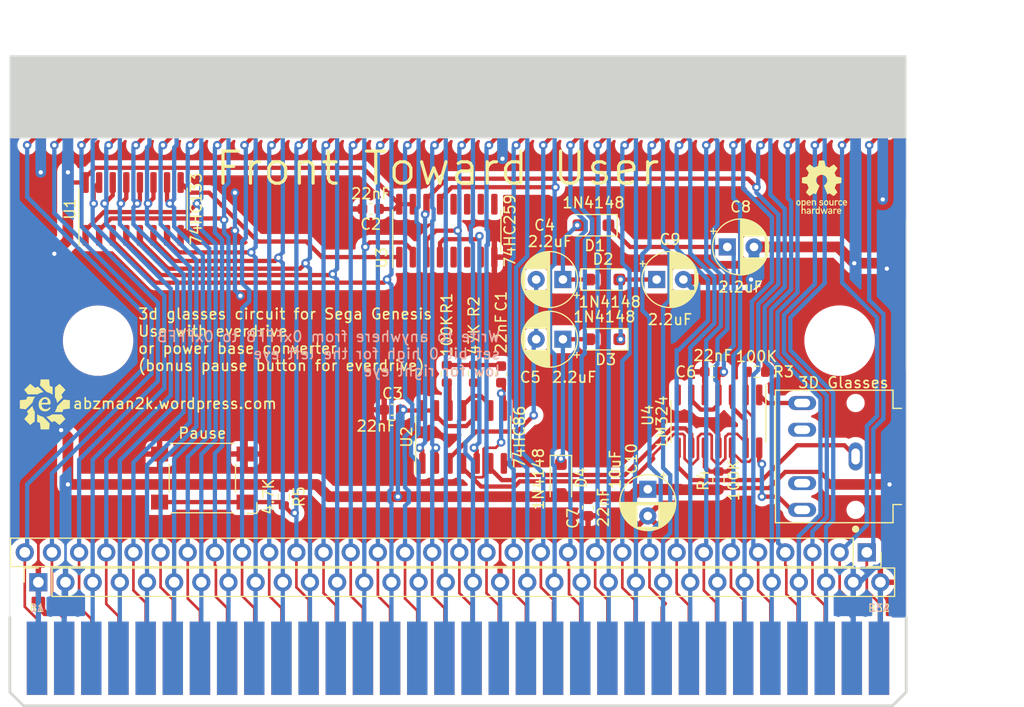
<source format=kicad_pcb>
(kicad_pcb (version 20221018) (generator pcbnew)
  (layers (0 "F.Cu" signal) (31 "B.Cu" signal) (34 "B.Paste" user) (35 "F.Paste" user) (36 "B.SilkS" user "B.Silkscreen") (37 "F.SilkS" user "F.Silkscreen") (38 "B.Mask" user) (39 "F.Mask" user) (44 "Edge.Cuts" user))
  (net 0 "")
  (net 1 "GND")
  (net 2 "+5V")
  (net 3 "/TIME")
  (net 4 "/{slash}SL1")
  (net 5 "/{slash}MRES")
  (net 6 "/RESET")
  (net 7 "/{slash}SR1")
  (net 8 "/D12")
  (net 9 "/D13")
  (net 10 "/D14")
  (net 11 "/D15")
  (net 12 "/A18")
  (net 13 "/A19")
  (net 14 "/A20")
  (net 15 "/A21")
  (net 16 "/A22")
  (net 17 "/A23")
  (net 18 "/Video")
  (net 19 "/VSync")
  (net 20 "/Hsync")
  (net 21 "/EDCLK")
  (net 22 "/{slash}OE")
  (net 23 "/{slash}CE")
  (net 24 "/{slash}AS")
  (net 25 "/VCLK")
  (net 26 "/{slash}DATCK")
  (net 27 "/{slash}CAS2")
  (net 28 "/A9")
  (net 29 "/A8")
  (net 30 "/{slash}ASEL")
  (net 31 "/{slash}UWR")
  (net 32 "/{slash}M3")
  (net 33 "/D11")
  (net 34 "/D3")
  (net 35 "/D4")
  (net 36 "/D10")
  (net 37 "/D2")
  (net 38 "/D5")
  (net 39 "/D9")
  (net 40 "/D1")
  (net 41 "/D6")
  (net 42 "/D8")
  (net 43 "/D0")
  (net 44 "/D7")
  (net 45 "/A0")
  (net 46 "/A16")
  (net 47 "/A1")
  (net 48 "/A15")
  (net 49 "/A2")
  (net 50 "/A14")
  (net 51 "/A3")
  (net 52 "/A13")
  (net 53 "/A4")
  (net 54 "/A12")
  (net 55 "/A5")
  (net 56 "/A11")
  (net 57 "/A6")
  (net 58 "/A10")
  (net 59 "/A7")
  (net 60 "/{slash}CART")
  (net 61 "/{slash}WE")
  (net 62 "Net-(C1-Pad1)")
  (net 63 "Net-(D1-K)")
  (net 64 "Net-(C4-Pad2)")
  (net 65 "Net-(R1-Pad2)")
  (net 66 "Net-(R2-Pad2)")
  (net 67 "Net-(U4A-+)")
  (net 68 "Net-(D1-A)")
  (net 69 "Net-(D3-A)")
  (net 70 "Net-(D2-A)")
  (net 71 "Net-(U4A--)")
  (net 72 "Net-(U3-A0)")
  (net 73 "Net-(U3-Q0)")
  (net 74 "Net-(U4C--)")
  (net 82 "Net-(J4-Pad2)")
  (net 84 "Net-(J4-Pad1)")
  (net 85 "Net-(J4-Pad3)")
  (footprint "Resistor_SMD:R_0603_1608Metric" (layer "F.Cu") (at 109.728 91.948 -90)
    (fp_text reference "R5")
    (fp_text value "4.7K")
  )
  (footprint "Diode_SMD:D_SOD-123F" (layer "F.Cu") (at 138.684 66.548 180)
    (fp_text reference "D1")
    (fp_text value "1N4148")
  )
  (footprint "Package_SO:SOIC-14_3.9x8.7mm_P1.27mm" (layer "F.Cu") (at 150.368 84.901 -90)
    (fp_text reference "U4")
    (fp_text value "LM324")
  )
  (footprint "Button_Switch_SMD:SW_SPST_Omron_B3FS-105xP" (layer "F.Cu") (at 102.108 90.206 180)
    (fp_text reference "SW1" hide)
    (fp_text value "Pause")
  )
  (footprint "Resistor_SMD:R_0603_1608Metric" (layer "F.Cu") (at 127.508 80.455 -90)
    (fp_text reference "R2")
    (fp_text value "47K")
  )
  (footprint "Evan's parts:OSHW gear" (layer "F.Cu") (at 160.02 62.992)
    (fp_text reference "G***" hide)
    (fp_text value "LOGO" hide)
  )
  (footprint "Evan's parts:Genesis cart edge mount connector" (layer "F.Cu") (at 131.73 45.72)
    (fp_text reference "J3" hide)
    (fp_text value "top slot connector" hide)
  )
  (footprint "Capacitor_SMD:C_0603_1608Metric" (layer "F.Cu") (at 130.048 80.505 -90)
    (fp_text reference "C1")
    (fp_text value "22nF")
  )
  (footprint "Evan's parts:Evan Logo" (layer "F.Cu") (at 87.376 83.312)
    (fp_text reference "G***" hide)
    (fp_text value "LOGO" hide)
  )
  (footprint "Capacitor_THT:CP_Radial_D5.0mm_P2.50mm" (layer "F.Cu") (at 143.764 91.250888 -90)
    (fp_text reference "C10")
    (fp_text value "10uF")
  )
  (footprint "Capacitor_SMD:C_0603_1608Metric" (layer "F.Cu") (at 117.856 65.024 180)
    (fp_text reference "C2")
    (fp_text value "22nF")
  )
  (footprint "Resistor_SMD:R_0603_1608Metric" (layer "F.Cu") (at 150.368 90.424 90)
    (fp_text reference "R4")
    (fp_text value "100K")
  )
  (footprint "Capacitor_THT:CP_Radial_D5.0mm_P2.50mm" (layer "F.Cu") (at 151.194888 68.58)
    (fp_text reference "C8")
    (fp_text value "2.2uF")
  )
  (footprint "db-smt:GENESIS-EDGE" (layer "F.Cu") (at 86.645 107.067499)
    (fp_text reference "CON1" hide)
    (fp_text value "GENESIS-EDGE" hide)
    (fp_line (start -2.54 -3.81) (end -2.54 3.175) (stroke (width 0.254)) (layer "Edge.Cuts"))
    (fp_line (start -2.54 3.175) (end -1.27 4.445) (stroke (width 0.254)) (layer "Edge.Cuts"))
    (fp_line (start -1.27 4.445) (end 80.01 4.445) (stroke (width 0.254)) (layer "Edge.Cuts"))
    (fp_line (start 80.01 4.445) (end 81.28 3.175) (stroke (width 0.254)) (layer "Edge.Cuts"))
    (fp_line (start 81.28 3.175) (end 81.28 -3.81) (stroke (width 0.254)) (layer "Edge.Cuts"))
  )
  (footprint "Capacitor_SMD:C_0603_1608Metric" (layer "F.Cu") (at 138.176 92.964 90)
    (fp_text reference "C7")
    (fp_text value "22nF")
  )
  (footprint "Diode_SMD:D_SOD-123F" (layer "F.Cu") (at 135.636 90.3 -90)
    (fp_text reference "D4")
    (fp_text value "1N4148")
  )
  (footprint "Connector_PinSocket_2.54mm:PinSocket_1x32_P2.54mm_Vertical" (layer "F.Cu") (at 86.772 99.955499 90)
    (fp_text reference "J1" hide)
    (fp_text value "Conn_01x32_Male" hide)
  )
  (footprint "Capacitor_THT:CP_Radial_D5.0mm_P2.50mm" (layer "F.Cu") (at 135.825113 71.628 180)
    (fp_text reference "C4")
    (fp_text value "2.2uF")
  )
  (footprint "Package_SO:SOIC-14_3.9x8.7mm_P1.27mm" (layer "F.Cu") (at 126.492 86.36 90)
    (fp_text reference "U2")
    (fp_text value "74HC86")
  )
  (footprint "Resistor_SMD:R_0603_1608Metric" (layer "F.Cu") (at 153.924 80.264 180)
    (fp_text reference "R3")
    (fp_text value "100K")
  )
  (footprint "Package_SO:SOIC-16_3.9x9.9mm_P1.27mm" (layer "F.Cu") (at 124.968 67.056 90)
    (fp_text reference "U3")
    (fp_text value "74HC259")
  )
  (footprint "Evan's misc parts:CUI_SJ1-3525N" (layer "F.Cu") (at 163.195 88.185 180)
    (fp_text reference "J4" hide)
    (fp_text value "3D Glasses")
  )
  (footprint "Capacitor_THT:CP_Radial_D5.0mm_P2.50mm" (layer "F.Cu") (at 144.590888 71.628)
    (fp_text reference "C9")
    (fp_text value "2.2uF")
  )
  (footprint "Capacitor_SMD:C_0603_1608Metric" (layer "F.Cu") (at 149.86 80.264)
    (fp_text reference "C6")
    (fp_text value "22nF")
  )
  (footprint "Diode_SMD:D_SOD-123F" (layer "F.Cu") (at 139.7 71.628)
    (fp_text reference "D2")
    (fp_text value "1N4148")
  )
  (footprint "Capacitor_THT:CP_Radial_D5.0mm_P2.50mm" (layer "F.Cu") (at 135.825113 77.216 180)
    (fp_text reference "C5")
    (fp_text value "2.2uF")
  )
  (footprint "Resistor_SMD:R_0603_1608Metric" (layer "F.Cu") (at 124.968 80.455 -90)
    (fp_text reference "R1")
    (fp_text value "100K")
  )
  (footprint "Connector_PinSocket_2.54mm:PinSocket_1x32_P2.54mm_Vertical" (layer "F.Cu") (at 164.242 97.161499 -90)
    (fp_text reference "J2" hide)
    (fp_text value "Conn_01x32_Male" hide)
  )
  (footprint "Diode_SMD:D_SOD-123F" (layer "F.Cu") (at 139.7 77.216 180)
    (fp_text reference "D3")
    (fp_text value "1N4148")
  )
  (footprint "Capacitor_SMD:C_0603_1608Metric" (layer "F.Cu") (at 119.888 83.82)
    (fp_text reference "C3")
    (fp_text value "22nF")
  )
  (footprint "Package_SO:SOIC-16_3.9x9.9mm_P1.27mm" (layer "F.Cu") (at 95.631 65.024 90)
    (fp_text reference "U1")
    (fp_text value "74HC133")
  )
  (gr_line (start 167.925 80.01) (end 167.925 66.04) (stroke (width 0.1)) (layer "Edge.Cuts"))
  (gr_line (start 167.925 50.679499) (end 167.925 66.04) (stroke (width 0.05)) (layer "Edge.Cuts"))
  (gr_line (start 167.925 80.01) (end 167.925001 103.257499) (stroke (width 0.05)) (layer "Edge.Cuts"))
  (gr_line (start 84.105001 103.257499) (end 84.105 50.679499) (stroke (width 0.05)) (layer "Edge.Cuts"))
  (gr_line (start 84.105 50.679499) (end 167.925 50.679499) (stroke (width 0.05)) (layer "Edge.Cuts"))
  (gr_text "A1" (at 86.645 102.368499) (layer "B.SilkS") (effects (font (size 0.7 0.7) (thickness 0.1)) (justify mirror)))
  (gr_text "A32" (at 165.385 102.368499) (layer "B.SilkS") (effects (font (size 0.7 0.7) (thickness 0.1)) (justify mirror)))
  (gr_text "Write to anywhere from 0xFFF8 to 0xFFFB\nset bit 0 high for the left eye\nlow for right eye" (at 130.048 80.772) (layer "B.SilkS") (effects (font (size 1 1)) (justify left bottom mirror)))
  (gr_text "Front Toward User" (at 103.124 62.992) (layer "F.SilkS") (effects (font (size 3 3) (thickness 0.3)) (justify left bottom)))
  (gr_text "B32" (at 165.385 102.368499) (layer "F.SilkS") (effects (font (size 0.7 0.7) (thickness 0.1))))
  (gr_text "B1" (at 86.645 102.368499) (layer "F.SilkS") (effects (font (size 0.7 0.7) (thickness 0.1))))
  (gr_text "abzman2k.wordpress.com" (at 89.916 83.82) (layer "F.SilkS") (effects (font (size 1 1)) (justify left bottom)))
  (gr_text "3d glasses circuit for Sega Genesis \nUse with everdrive \nor power base converter\n(bonus pause button for everdrive)" (at 96.012 80.264) (layer "F.SilkS") (effects (font (size 1 1)) (justify left bottom)))
  (segment (start 105.156 67.056) (end 100.519 67.056) (width 0.4) (layer "F.Cu") (net 1))
  (segment (start 149.078463 84.836) (end 144.78 84.836) (width 0.4) (layer "F.Cu") (net 1))
  (segment (start 100.519 67.056) (end 100.076 67.499) (width 0.4) (layer "F.Cu") (net 1))
  (segment (start 86.772 99.955499) (end 86.772 93.097499) (width 0.25) (layer "F.Cu") (net 1))
  (segment (start 150.368 87.376) (end 150.368 86.125537) (width 0.4) (layer "F.Cu") (net 1))
  (segment (start 129.952 99.955499) (end 129.952 93.478499) (width 0.25) (layer "F.Cu") (net 1))
  (segment (start 150.368 86.125537) (end 149.078463 84.836) (width 0.4) (layer "F.Cu") (net 1))
  (via (at 86.995 61.595) (size 0.8) (drill 0.4) (layers "F.Cu" "B.Cu") (net 1))
  (via (at 105.664 73.152) (size 0.8) (drill 0.4) (layers "F.Cu" "B.Cu") (net 1))
  (via (at 105.156 63.5) (size 0.8) (drill 0.4) (layers "F.Cu" "B.Cu") (net 1))
  (via (at 165.735 64.135) (size 0.8) (drill 0.4) (layers "F.Cu" "B.Cu") (net 1))
  (via (at 130.175 60.325) (size 0.8) (drill 0.4) (layers "F.Cu" "B.Cu") (net 1))
  (via (at 105.156 67.056) (size 0.8) (drill 0.4) (layers "F.Cu" "B.Cu") (net 1))
  (segment (start 165.512 99.955499) (end 165.512 106.9405) (width 0.5) (layer "B.Cu") (net 1))
  (segment (start 130.175 60.325) (end 130.175 54.96) (width 1) (layer "B.Cu") (net 1))
  (segment (start 129.952 99.955499) (end 129.952 106.9405) (width 0.25) (layer "B.Cu") (net 1))
  (segment (start 165.735 54.96) (end 165.735 60.325) (width 1) (layer "B.Cu") (net 1))
  (segment (start 105.156 72.644) (end 105.664 73.152) (width 0.4) (layer "B.Cu") (net 1))
  (segment (start 165.512 106.9405) (end 165.385001 107.067499) (width 0.5) (layer "B.Cu") (net 1))
  (segment (start 86.995 54.96) (end 86.995 61.595) (width 1) (layer "B.Cu") (net 1))
  (segment (start 129.952 99.955499) (end 129.952 106.940499) (width 0.4) (layer "B.Cu") (net 1))
  (segment (start 129.952 106.940499) (end 129.825 107.067499) (width 0.4) (layer "B.Cu") (net 1))
  (segment (start 129.952 106.9405) (end 129.825001 107.067499) (width 0.25) (layer "B.Cu") (net 1))
  (segment (start 105.156 67.056) (end 105.156 72.644) (width 0.4) (layer "B.Cu") (net 1))
  (segment (start 86.772 106.9405) (end 86.645001 107.067499) (width 0.5) (layer "B.Cu") (net 1))
  (segment (start 105.156 67.056) (end 105.156 63.5) (width 0.4) (layer "B.Cu") (net 1))
  (segment (start 130.175 54.96) (end 129.825 54.61) (width 1) (layer "B.Cu") (net 1))
  (segment (start 86.772 99.955499) (end 86.772 106.9405) (width 0.5) (layer "B.Cu") (net 1))
  (segment (start 165.385 54.61) (end 165.735 54.96) (width 1) (layer "B.Cu") (net 1))
  (segment (start 86.645 54.61) (end 86.995 54.96) (width 1) (layer "B.Cu") (net 1))
  (segment (start 165.735 60.325) (end 165.735 64.135) (width 1) (layer "B.Cu") (net 1))
  (segment (start 112.776 90.805) (end 113.919 91.948) (width 1) (layer "F.Cu") (net 2))
  (segment (start 144.766 91.299) (end 146.812 91.299) (width 1) (layer "F.Cu") (net 2))
  (segment (start 142.937112 91.250888) (end 142.24 91.948) (width 1) (layer "F.Cu") (net 2))
  (segment (start 163.068 70.104) (end 165.608 70.104) (width 1) (layer "F.Cu") (net 2))
  (segment (start 89.535 86.36) (end 88.9 85.725) (width 1) (layer "F.Cu") (net 2))
  (segment (start 89.535 67.945) (end 89.535 62.992) (width 1) (layer "F.Cu") (net 2))
  (segment (start 88.265 69.215) (end 89.535 67.945) (width 1) (layer "F.Cu") (net 2))
  (segment (start 120.969 83.885) (end 120.904 83.82) (width 0.4) (layer "F.Cu") (net 2))
  (segment (start 146.812 91.299) (end 146.763888 91.250888) (width 1) (layer "F.Cu") (net 2))
  (segment (start 123.952 84.367817) (end 123.952 83.885) (width 0.4) (layer "F.Cu") (net 2))
  (segment (start 147.090888 71.628) (end 153.416 71.628) (width 1) (layer "F.Cu") (net 2))
  (segment (start 126.785817 85.344) (end 124.928183 85.344) (width 0.4) (layer "F.Cu") (net 2))
  (segment (start 161.036 90.805) (end 166.37 90.805) (width 1) (layer "F.Cu") (net 2))
  (segment (start 161.544 68.58) (end 153.694888 68.58) (width 1) (layer "F.Cu") (net 2))
  (segment (start 122.682 83.885) (end 120.969 83.885) (width 0.4) (layer "F.Cu") (net 2))
  (segment (start 150.469 91.148) (end 155.105 91.148) (width 0.4) (layer "F.Cu") (net 2))
  (segment (start 127.762 84.367817) (end 126.785817 85.344) (width 0.4) (layer "F.Cu") (net 2))
  (segment (start 146.763888 91.250888) (end 143.764 91.250888) (width 1) (layer "F.Cu") (net 2))
  (segment (start 150.368 91.249) (end 150.469 91.148) (width 0.4) (layer "F.Cu") (net 2))
  (segment (start 143.764 91.250888) (end 142.937112 91.250888) (width 1) (layer "F.Cu") (net 2))
  (segment (start 92.078183 61.174) (end 117.116 61.174) (width 0.4) (layer "F.Cu") (net 2))
  (segment (start 120.08 65.024) (end 120.523 64.581) (width 0.4) (layer "F.Cu") (net 2))
  (segment (start 146.812 91.299) (end 150.368 91.299) (width 1) (layer "F.Cu") (net 2))
  (segment (start 89.535 90.805) (end 89.535 86.36) (width 1) (layer "F.Cu") (net 2))
  (segment (start 156.622 89.631) (end 155.105 91.148) (width 0.4) (layer "F.Cu") (net 2))
  (segment (start 161.036 90.805) (end 159.862 89.631) (width 0.4) (layer "F.Cu") (net 2))
  (segment (start 91.186 62.549) (end 89.978 62.549) (width 0.4) (layer "F.Cu") (net 2))
  (segment (start 122.682 83.885) (end 123.952 83.885) (width 0.4) (layer "F.Cu") (net 2))
  (segment (start 89.535 90.805) (end 112.776 90.805) (width 1) (layer "F.Cu") (net 2))
  (segment (start 127.762 83.885) (end 127.762 84.367817) (width 0.4) (layer "F.Cu") (net 2))
  (segment (start 89.535 62.992) (end 89.535 61.595) (width 1) (layer "F.Cu") (net 2))
  (segment (start 91.186 62.549) (end 91.186 62.066183) (width 0.4) (layer "F.Cu") (net 2))
  (segment (start 113.919 91.948) (end 142.24 91.948) (width 1) (layer "F.Cu") (net 2))
  (segment (start 89.978 62.549) (end 89.535 62.992) (width 0.4) (layer "F.Cu") (net 2))
  (segment (start 120.523 64.581) (end 121.793 64.581) (width 0.4) (layer "F.Cu") (net 2))
  (segment (start 117.116 61.174) (end 120.523 64.581) (width 0.4) (layer "F.Cu") (net 2))
  (segment (start 118.631 65.024) (end 120.08 65.024) (width 0.4) (layer "F.Cu") (net 2))
  (segment (start 165.608 70.104) (end 166.116 70.612) (width 1) (layer "F.Cu") (net 2))
  (segment (start 163.068 70.104) (end 161.544 68.58) (width 1) (layer "F.Cu") (net 2))
  (segment (start 120.904 83.82) (end 120.839 83.885) (width 0.4) (layer "F.Cu") (net 2))
  (segment (start 124.928183 85.344) (end 123.952 84.367817) (width 0.4) (layer "F.Cu") (net 2))
  (segment (start 91.186 62.066183) (end 92.078183 61.174) (width 0.4) (layer "F.Cu") (net 2))
  (segment (start 159.862 89.631) (end 156.622 89.631) (width 0.4) (layer "F.Cu") (net 2))
  (via (at 88.9 85.725) (size 0.8) (drill 0.4) (layers "F.Cu" "B.Cu") (net 2))
  (via (at 166.37 90.805) (size 0.8) (drill 0.4) (layers "F.Cu" "B.Cu") (net 2))
  (via (at 120.396 91.948) (size 0.8) (drill 0.4) (layers "F.Cu" "B.Cu") (net 2))
  (via (at 163.068 70.104) (size 0.8) (drill 0.4) (layers "F.Cu" "B.Cu") (net 2))
  (via (at 89.535 90.805) (size 0.8) (drill 0.4) (layers "F.Cu" "B.Cu") (net 2))
  (via (at 88.265 69.215) (size 0.8) (drill 0.4) (layers "F.Cu" "B.Cu") (net 2))
  (via (at 89.535 61.595) (size 0.8) (drill 0.4) (layers "F.Cu" "B.Cu") (net 2))
  (via (at 166.116 70.612) (size 0.8) (drill 0.4) (layers "F.Cu" "B.Cu") (net 2))
  (via (at 120.904 83.82) (size 0.8) (drill 0.4) (layers "F.Cu" "B.Cu") (net 2))
  (via (at 153.416 71.628) (size 0.8) (drill 0.4) (layers "F.Cu" "B.Cu") (net 2))
  (segment (start 88.9 85.725) (end 87.63 84.455) (width 1) (layer "B.Cu") (net 2))
  (segment (start 163.195 70.231) (end 163.195 70.485) (width 1) (layer "B.Cu") (net 2))
  (segment (start 89.439 99.828499) (end 89.312 99.955499) (width 0.25) (layer "B.Cu") (net 2))
  (segment (start 163.195 54.96) (end 163.195 60.325) (width 1) (layer "B.Cu") (net 2))
  (segment (start 162.845 54.61) (end 163.195 54.96) (width 1) (layer "B.Cu") (net 2))
  (segment (start 163.195 69.977) (end 163.068 70.104) (width 1) (layer "B.Cu") (net 2))
  (segment (start 120.396 84.328) (end 120.396 91.948) (width 0.4) (layer "B.Cu") (net 2))
  (segment (start 163.587998 99.955499) (end 164.984998 98.558499) (width 0.5) (layer "B.Cu") (net 2))
  (segment (start 163.195 66.04) (end 163.195 69.977) (width 1) (layer "B.Cu") (net 2))
  (segment (start 162.972 99.955499) (end 163.587998 99.955499) (width 0.5) (layer "B.Cu") (net 2))
  (segment (start 89.185001 100.082498) (end 89.312 99.955499) (width 0.5) (layer "B.Cu") (net 2))
  (segment (start 87.63 84.455) (end 87.63 69.85) (width 1) (layer "B.Cu") (net 2))
  (segment (start 153.694888 68.58) (end 153.694888 71.349112) (width 1) (layer "B.Cu") (net 2))
  (segment (start 153.694888 71.349112) (end 153.416 71.628) (width 1) (layer "B.Cu") (net 2))
  (segment (start 162.972 99.955499) (end 162.972 106.9405) (width 0.5) (layer "B.Cu") (net 2))
  (segment (start 120.904 83.82) (end 120.396 84.328) (width 0.4) (layer "B.Cu") (net 2))
  (segment (start 162.972 106.9405) (end 162.845001 107.067499) (width 0.5) (layer "B.Cu") (net 2))
  (segment (start 89.535 54.96) (end 89.185 54.61) (width 1) (layer "B.Cu") (net 2))
  (segment (start 89.185001 107.067499) (end 89.185001 100.082498) (width 0.5) (layer "B.Cu") (net 2))
  (segment (start 165.355002 98.558499) (end 165.542001 98.3715) (width 0.5) (layer "B.Cu") (net 2))
  (segment (start 163.068 70.104) (end 163.195 70.231) (width 1) (layer "B.Cu") (net 2))
  (segment (start 87.63 69.85) (end 88.265 69.215) (width 1) (layer "B.Cu") (net 2))
  (segment (start 164.984998 98.558499) (end 165.355002 98.558499) (width 0.5) (layer "B.Cu") (net 2))
  (segment (start 89.535 61.595) (end 89.535 54.96) (width 1) (layer "B.Cu") (net 2))
  (segment (start 163.195 60.325) (end 163.195 66.04) (width 1) (layer "B.Cu") (net 2))
  (segment (start 89.312 99.955499) (end 89.312 92.487) (width 0.25) (layer "B.Cu") (net 2))
  (segment (start 162.845 58.135) (end 161.925 59.055) (width 0.4) (layer "F.Cu") (net 3))
  (segment (start 162.845001 101.8605) (end 162.845001 107.067499) (width 0.25) (layer "F.Cu") (net 3))
  (segment (start 161.702 97.161499) (end 161.702 100.717499) (width 0.25) (layer "F.Cu") (net 3))
  (segment (start 161.702 100.717499) (end 162.845001 101.8605) (width 0.25) (layer "F.Cu") (net 3))
  (segment (start 162.845 54.61) (end 162.845 58.135) (width 0.4) (layer "F.Cu") (net 3))
  (via (at 161.925 59.055) (size 0.8) (drill 0.4) (layers "F.Cu" "B.Cu") (net 3))
  (segment (start 164.249 85.344) (end 164.249 90.581) (width 0.4) (layer "B.Cu") (net 3))
  (segment (start 164.245 90.585) (end 164.245 94.618498) (width 0.4) (layer "B.Cu") (net 3))
  (segment (start 164.245 94.618498) (end 161.702 97.161499) (width 0.4) (layer "B.Cu") (net 3))
  (segment (start 161.925 59.055) (end 161.925 71.909) (width 0.4) (layer "B.Cu") (net 3))
  (segment (start 161.925 71.909) (end 165.2 75.184) (width 0.4) (layer "B.Cu") (net 3))
  (segment (start 164.249 90.581) (end 164.245 90.585) (width 0.4) (layer "B.Cu") (net 3))
  (segment (start 165.2 75.184) (end 165.2 84.393) (width 0.4) (layer "B.Cu") (net 3))
  (segment (start 165.2 84.393) (end 164.249 85.344) (width 0.4) (layer "B.Cu") (net 3))
  (segment (start 86.645001 103.388499) (end 85.502 102.245498) (width 0.25) (layer "F.Cu") (net 4))
  (segment (start 85.502 98.36358) (end 85.502 97.161499) (width 0.25) (layer "F.Cu") (net 4))
  (segment (start 86.645 58.135) (end 85.725 59.055) (width 0.4) (layer "F.Cu") (net 4))
  (segment (start 85.502 102.245498) (end 85.502 98.36358) (width 0.25) (layer "F.Cu") (net 4))
  (segment (start 86.645 54.61) (end 86.645 58.135) (width 0.4) (layer "F.Cu") (net 4))
  (segment (start 86.645001 107.067499) (end 86.645001 103.388499) (width 0.25) (layer "F.Cu") (net 4))
  (via (at 85.725 59.055) (size 0.8) (drill 0.4) (layers "F.Cu" "B.Cu") (net 4))
  (segment (start 85.725 90.805) (end 85.725 96.938499) (width 0.4) (layer "B.Cu") (net 4))
  (segment (start 85.725 63.903) (end 96.752 74.93) (width 0.4) (layer "B.Cu") (net 4))
  (segment (start 96.752 79.778) (end 85.725 90.805) (width 0.4) (layer "B.Cu") (net 4))
  (segment (start 85.725 96.938499) (end 85.502 97.161499) (width 0.4) (layer "B.Cu") (net 4))
  (segment (start 96.752 74.93) (end 96.752 79.778) (width 0.4) (layer "B.Cu") (net 4))
  (segment (start 85.725 59.055) (end 85.725 63.903) (width 0.4) (layer "B.Cu") (net 4))
  (segment (start 88.042 97.161499) (end 88.042 102.241499) (width 0.25) (layer "F.Cu") (net 5))
  (segment (start 88.042 102.241499) (end 89.185001 103.3845) (width 0.25) (layer "F.Cu") (net 5))
  (segment (start 89.185001 103.3845) (end 89.185001 107.067499) (width 0.25) (layer "F.Cu") (net 5))
  (segment (start 89.185 58.135) (end 88.265 59.055) (width 0.4) (layer "F.Cu") (net 5))
  (segment (start 89.185 54.61) (end 89.185 58.135) (width 0.4) (layer "F.Cu") (net 5))
  (via (at 88.265 59.055) (size 0.8) (drill 0.4) (layers "F.Cu" "B.Cu") (net 5))
  (segment (start 97.352 74.492) (end 88.265 65.405) (width 0.4) (layer "B.Cu") (net 5))
  (segment (start 88.042 97.161499) (end 88.042 89.758) (width 0.4) (layer "B.Cu") (net 5))
  (segment (start 88.042 89.758) (end 97.352 80.448) (width 0.4) (layer "B.Cu") (net 5))
  (segment (start 97.352 80.448) (end 97.352 74.492) (width 0.4) (layer "B.Cu") (net 5))
  (segment (start 88.265 65.405) (end 88.265 59.055) (width 0.4) (layer "B.Cu") (net 5))
  (segment (start 152.812 101.694501) (end 152.685001 101.8215) (width 0.25) (layer "F.Cu") (net 6))
  (segment (start 152.685001 101.8215) (end 152.685001 107.067499) (width 0.25) (layer "F.Cu") (net 6))
  (segment (start 152.685 58.135) (end 152.685 54.61) (width 0.4) (layer "F.Cu") (net 6))
  (segment (start 151.542 100.424501) (end 152.812 101.694501) (width 0.25) (layer "F.Cu") (net 6))
  (segment (start 151.542 97.161499) (end 151.542 100.424501) (width 0.25) (layer "F.Cu") (net 6))
  (segment (start 151.765 59.055) (end 152.685 58.135) (width 0.4) (layer "F.Cu") (net 6))
  (via (at 151.765 59.055) (size 0.8) (drill 0.4) (layers "F.Cu" "B.Cu") (net 6))
  (segment (start 151.765 78.74) (end 151.765 96.938499) (width 0.4) (layer "B.Cu") (net 6))
  (segment (start 151.765 64.008) (end 152.394888 64.637888) (width 0.4) (layer "B.Cu") (net 6))
  (segment (start 152.394888 64.637888) (end 152.394888 78.110112) (width 0.4) (layer "B.Cu") (net 6))
  (segment (start 152.394888 78.110112) (end 151.765 78.74) (width 0.4) (layer "B.Cu") (net 6))
  (segment (start 151.765 96.938499) (end 151.542 97.161499) (width 0.4) (layer "B.Cu") (net 6))
  (segment (start 151.765 59.055) (end 151.765 64.008) (width 0.4) (layer "B.Cu") (net 6))
  (segment (start 90.582 102.245498) (end 90.582 98.36358) (width 0.25) (layer "F.Cu") (net 7))
  (segment (start 91.725001 107.067499) (end 91.725001 103.388499) (width 0.25) (layer "F.Cu") (net 7))
  (segment (start 91.725 54.61) (end 91.725 58.135) (width 0.4) (layer "F.Cu") (net 7))
  (segment (start 91.725 58.135) (end 90.805 59.055) (width 0.4) (layer "F.Cu") (net 7))
  (segment (start 90.582 98.36358) (end 90.582 97.161499) (width 0.25) (layer "F.Cu") (net 7))
  (segment (start 91.725001 103.388499) (end 90.582 102.245498) (width 0.25) (layer "F.Cu") (net 7))
  (via (at 90.805 59.055) (size 0.8) (drill 0.4) (layers "F.Cu" "B.Cu") (net 7))
  (segment (start 97.952 81.118) (end 90.582 88.488) (width 0.4) (layer "B.Cu") (net 7))
  (segment (start 90.582 88.488) (end 90.582 97.161499) (width 0.4) (layer "B.Cu") (net 7))
  (segment (start 90.805 66.675) (end 97.952 73.822) (width 0.4) (layer "B.Cu") (net 7))
  (segment (start 90.805 59.055) (end 90.805 66.675) (width 0.4) (layer "B.Cu") (net 7))
  (segment (start 97.952 73.822) (end 97.952 81.118) (width 0.4) (layer "B.Cu") (net 7))
  (segment (start 146.462 97.161499) (end 146.462 100.971499) (width 0.25) (layer "F.Cu") (net 8))
  (segment (start 147.605 58.135) (end 147.605 54.61) (width 0.4) (layer "F.Cu") (net 8))
  (segment (start 146.685 59.055) (end 147.605 58.135) (width 0.4) (layer "F.Cu") (net 8))
  (segment (start 146.462 100.971499) (end 147.605001 102.1145) (width 0.25) (layer "F.Cu") (net 8))
  (segment (start 147.605001 102.1145) (end 147.605001 107.067499) (width 0.25) (layer "F.Cu") (net 8))
  (via (at 146.685 59.055) (size 0.8) (drill 0.4) (layers "F.Cu" "B.Cu") (net 8))
  (segment (start 149.394888 75.476056) (end 149.394888 71.676472) (width 0.4) (layer "B.Cu") (net 8))
  (segment (start 149.394888 71.676472) (end 146.462 68.743584) (width 0.4) (layer "B.Cu") (net 8))
  (segment (start 146.462 68.743584) (end 146.462 59.278) (width 0.4) (layer "B.Cu") (net 8))
  (segment (start 146.462 78.232) (end 146.638944 78.232) (width 0.4) (layer "B.Cu") (net 8))
  (segment (start 146.462 59.278) (end 146.685 59.055) (width 0.4) (layer "B.Cu") (net 8))
  (segment (start 146.462 97.161499) (end 146.462 78.232) (width 0.4) (layer "B.Cu") (net 8))
  (segment (start 146.638944 78.232) (end 149.394888 75.476056) (width 0.4) (layer "B.Cu") (net 8))
  (segment (start 144.145 59.055) (end 145.065 58.135) (width 0.4) (layer "F.Cu") (net 9))
  (segment (start 145.065001 102.3295) (end 145.065001 107.067499) (width 0.25) (layer "F.Cu") (net 9))
  (segment (start 145.065 58.135) (end 145.065 54.61) (width 0.4) (layer "F.Cu") (net 9))
  (segment (start 145.446 101.948501) (end 145.065001 102.3295) (width 0.25) (layer "F.Cu") (net 9))
  (segment (start 143.922 97.161499) (end 143.922 100.424501) (width 0.25) (layer "F.Cu") (net 9))
  (segment (start 143.922 100.424501) (end 145.446 101.948501) (width 0.25) (layer "F.Cu") (net 9))
  (via (at 144.145 59.055) (size 0.8) (drill 0.4) (layers "F.Cu" "B.Cu") (net 9))
  (segment (start 143.922 95.289945) (end 143.922 97.161499) (width 0.4) (layer "B.Cu") (net 9))
  (segment (start 143.922 75.184) (end 143.922 89.084) (width 0.4) (layer "B.Cu") (net 9))
  (segment (start 143.252 74.514) (end 143.922 75.184) (width 0.4) (layer "B.Cu") (net 9))
  (segment (start 143.252 69.25) (end 143.252 74.514) (width 0.4) (layer "B.Cu") (net 9))
  (segment (start 144.964 94.247945) (end 143.922 95.289945) (width 0.4) (layer "B.Cu") (net 9))
  (segment (start 143.922 89.084) (end 144.964 90.126) (width 0.4) (layer "B.Cu") (net 9))
  (segment (start 143.922 68.58) (end 143.252 69.25) (width 0.4) (layer "B.Cu") (net 9))
  (segment (start 143.922 59.278) (end 143.922 68.58) (width 0.4) (layer "B.Cu") (net 9))
  (segment (start 144.964 90.126) (end 144.964 94.247945) (width 0.4) (layer "B.Cu") (net 9))
  (segment (start 144.145 59.055) (end 143.922 59.278) (width 0.4) (layer "B.Cu") (net 9))
  (segment (start 142.525001 101.6065) (end 142.525001 107.067499) (width 0.25) (layer "F.Cu") (net 10))
  (segment (start 141.382 100.463499) (end 142.525001 101.6065) (width 0.25) (layer "F.Cu") (net 10))
  (segment (start 141.382 97.161499) (end 141.382 100.463499) (width 0.25) (layer "F.Cu") (net 10))
  (segment (start 141.605 59.055) (end 142.525 58.135) (width 0.4) (layer "F.Cu") (net 10))
  (segment (start 142.525 58.135) (end 142.525 54.61) (width 0.4) (layer "F.Cu") (net 10))
  (via (at 141.605 59.055) (size 0.8) (drill 0.4) (layers "F.Cu" "B.Cu") (net 10))
  (segment (start 142.052 70.774) (end 142.052 78.578) (width 0.4) (layer "B.Cu") (net 10))
  (segment (start 141.382 59.278) (end 141.382 70.104) (width 0.4) (layer "B.Cu") (net 10))
  (segment (start 141.382 79.248) (end 141.382 97.161499) (width 0.4) (layer "B.Cu") (net 10))
  (segment (start 141.605 59.055) (end 141.382 59.278) (width 0.4) (layer "B.Cu") (net 10))
  (segment (start 141.382 70.104) (end 142.052 70.774) (width 0.4) (layer "B.Cu") (net 10))
  (segment (start 142.052 78.578) (end 141.382 79.248) (width 0.4) (layer "B.Cu") (net 10))
  (segment (start 139.985001 103.388499) (end 139.985001 107.067499) (width 0.25) (layer "F.Cu") (net 11))
  (segment (start 139.985 58.135) (end 139.985 54.61) (width 0.4) (layer "F.Cu") (net 11))
  (segment (start 138.842 97.161499) (end 138.842 100.424501) (width 0.25) (layer "F.Cu") (net 11))
  (segment (start 139.985001 101.567502) (end 139.985001 103.388499) (width 0.25) (layer "F.Cu") (net 11))
  (segment (start 139.065 59.055) (end 139.985 58.135) (width 0.4) (layer "F.Cu") (net 11))
  (segment (start 138.842 100.424501) (end 139.985001 101.567502) (width 0.25) (layer "F.Cu") (net 11))
  (via (at 139.065 59.055) (size 0.8) (drill 0.4) (layers "F.Cu" "B.Cu") (net 11))
  (segment (start 139.16 65.532) (end 139.16 67.564) (width 0.4) (layer "B.Cu") (net 11))
  (segment (start 139.065 65.437) (end 139.16 65.532) (width 0.4) (layer "B.Cu") (net 11))
  (segment (start 139.16 67.564) (end 139.065 67.659) (width 0.4) (layer "B.Cu") (net 11))
  (segment (start 139.065 96.938499) (end 138.842 97.161499) (width 0.4) (layer "B.Cu") (net 11))
  (segment (start 139.065 59.055) (end 139.065 65.437) (width 0.4) (layer "B.Cu") (net 11))
  (segment (start 139.065 67.659) (end 139.065 96.938499) (width 0.4) (layer "B.Cu") (net 11))
  (segment (start 98.202 100.424501) (end 99.345001 101.567502) (width 0.25) (layer "F.Cu") (net 12))
  (segment (start 98.202 97.161499) (end 98.202 100.424501) (width 0.25) (layer "F.Cu") (net 12))
  (segment (start 99.345 58.135) (end 99.345 54.61) (width 0.4) (layer "F.Cu") (net 12))
  (segment (start 98.425 59.055) (end 99.345 58.135) (width 0.4) (layer "F.Cu") (net 12))
  (segment (start 99.345001 101.567502) (end 99.345001 107.067499) (width 0.25) (layer "F.Cu") (net 12))
  (via (at 98.425 59.055) (size 0.8) (drill 0.4) (layers "F.Cu" "B.Cu") (net 12))
  (segment (start 98.202 88.742) (end 98.202 97.161499) (width 0.4) (layer "B.Cu") (net 12))
  (segment (start 101.552 85.392) (end 98.202 88.742) (width 0.4) (layer "B.Cu") (net 12))
  (segment (start 101.552 69.802) (end 101.552 85.392) (width 0.4) (layer "B.Cu") (net 12))
  (segment (start 98.202 59.278) (end 98.202 66.452) (width 0.4) (layer "B.Cu") (net 12))
  (segment (start 98.202 66.452) (end 101.552 69.802) (width 0.4) (layer "B.Cu") (net 12))
  (segment (start 98.425 59.055) (end 98.202 59.278) (width 0.4) (layer "B.Cu") (net 12))
  (segment (start 100.965 59.055) (end 101.885 58.135) (width 0.4) (layer "F.Cu") (net 13))
  (segment (start 101.885 58.135) (end 101.885 54.61) (width 0.4) (layer "F.Cu") (net 13))
  (segment (start 101.885001 107.067499) (end 101.885001 102.6225) (width 0.25) (layer "F.Cu") (net 13))
  (segment (start 101.885001 102.6225) (end 100.742 101.479499) (width 0.25) (layer "F.Cu") (net 13))
  (segment (start 100.742 101.479499) (end 100.742 97.161499) (width 0.25) (layer "F.Cu") (net 13))
  (via (at 100.965 59.055) (size 0.8) (drill 0.4) (layers "F.Cu" "B.Cu") (net 13))
  (segment (start 100.742 59.278) (end 100.965 59.055) (width 0.4) (layer "B.Cu") (net 13))
  (segment (start 100.742 88.234) (end 102.752 86.224) (width 0.4) (layer "B.Cu") (net 13))
  (segment (start 102.752 68.716) (end 100.742 66.706) (width 0.4) (layer "B.Cu") (net 13))
  (segment (start 100.742 97.161499) (end 100.742 88.234) (width 0.4) (layer "B.Cu") (net 13))
  (segment (start 102.752 86.224) (end 102.752 68.716) (width 0.4) (layer "B.Cu") (net 13))
  (segment (start 100.742 66.706) (end 100.742 59.278) (width 0.4) (layer "B.Cu") (net 13))
  (segment (start 103.282 97.161499) (end 103.282 98.36358) (width 0.25) (layer "F.Cu") (net 14))
  (segment (start 103.505 59.055) (end 104.425 58.135) (width 0.4) (layer "F.Cu") (net 14))
  (segment (start 103.376999 101.320498) (end 104.425001 102.3685) (width 0.25) (layer "F.Cu") (net 14))
  (segment (start 103.282 98.36358) (end 103.376999 98.458579) (width 0.25) (layer "F.Cu") (net 14))
  (segment (start 104.425 58.135) (end 104.425 54.61) (width 0.4) (layer "F.Cu") (net 14))
  (segment (start 103.376999 98.458579) (end 103.376999 101.320498) (width 0.25) (layer "F.Cu") (net 14))
  (segment (start 104.425001 102.3685) (end 104.425001 107.067499) (width 0.25) (layer "F.Cu") (net 14))
  (via (at 103.505 59.055) (size 0.8) (drill 0.4) (layers "F.Cu" "B.Cu") (net 14))
  (segment (start 103.952 67.908528) (end 103.282 67.238528) (width 0.4) (layer "B.Cu") (net 14))
  (segment (start 103.282 87.884) (end 103.952 87.214) (width 0.4) (layer "B.Cu") (net 14))
  (segment (start 103.282 59.278) (end 103.505 59.055) (width 0.4) (layer "B.Cu") (net 14))
  (segment (start 103.952 87.214) (end 103.952 67.908528) (width 0.4) (layer "B.Cu") (net 14))
  (segment (start 103.282 97.161499) (end 103.282 87.884) (width 0.4) (layer "B.Cu") (net 14))
  (segment (start 103.282 67.238528) (end 103.282 59.278) (width 0.4) (layer "B.Cu") (net 14))
  (segment (start 106.965001 107.067499) (end 106.965001 102.3685) (width 0.25) (layer "F.Cu") (net 15))
  (segment (start 106.045 59.055) (end 106.965 58.135) (width 0.4) (layer "F.Cu") (net 15))
  (segment (start 105.822 101.225499) (end 105.822 97.161499) (width 0.25) (layer "F.Cu") (net 15))
  (segment (start 106.965001 102.3685) (end 105.822 101.225499) (width 0.25) (layer "F.Cu") (net 15))
  (segment (start 106.965 58.135) (end 106.965 54.61) (width 0.4) (layer "F.Cu") (net 15))
  (via (at 106.045 59.055) (size 0.8) (drill 0.4) (layers "F.Cu" "B.Cu") (net 15))
  (segment (start 106.492 73.66) (end 106.492 72.644) (width 0.4) (layer "B.Cu") (net 15))
  (segment (start 106.492 72.644) (end 105.822 71.974) (width 0.4) (layer "B.Cu") (net 15))
  (segment (start 105.822 74.33) (end 106.492 73.66) (width 0.4) (layer "B.Cu") (net 15))
  (segment (start 106.172 59.182) (end 106.045 59.055) (width 0.4) (layer "B.Cu") (net 15))
  (segment (start 105.822 71.974) (end 105.822 68.072) (width 0.4) (layer "B.Cu") (net 15))
  (segment (start 105.822 68.072) (end 106.172 67.722) (width 0.4) (layer "B.Cu") (net 15))
  (segment (start 106.172 67.722) (end 106.172 59.182) (width 0.4) (layer "B.Cu") (net 15))
  (segment (start 105.822 97.161499) (end 105.822 74.33) (width 0.4) (layer "B.Cu") (net 15))
  (segment (start 109.505001 102.3685) (end 109.505001 107.067499) (width 0.25) (layer "F.Cu") (net 16))
  (segment (start 109.505 58.135) (end 109.505 54.61) (width 0.4) (layer "F.Cu") (net 16))
  (segment (start 108.585 59.055) (end 109.505 58.135) (width 0.4) (layer "F.Cu") (net 16))
  (segment (start 108.362 97.161499) (end 108.362 101.225499) (width 0.25) (layer "F.Cu") (net 16))
  (segment (start 108.362 101.225499) (end 109.505001 102.3685) (width 0.25) (layer "F.Cu") (net 16))
  (via (at 108.585 59.055) (size 0.8) (drill 0.4) (layers "F.Cu" "B.Cu") (net 16))
  (segment (start 108.362 59.278) (end 108.362 97.161499) (width 0.4) (layer "B.Cu") (net 16))
  (segment (start 108.585 59.055) (end 108.362 59.278) (width 0.4) (layer "B.Cu") (net 16))
  (segment (start 112.045 58.135) (end 112.045 54.61) (width 0.4) (layer "F.Cu") (net 17))
  (segment (start 98.108 92.456) (end 106.108 92.456) (width 0.4) (layer "F.Cu") (net 17))
  (segment (start 106.108 92.456) (end 109.411 92.456) (width 0.4) (layer "F.Cu") (net 17))
  (segment (start 109.411 92.456) (end 109.728 92.773) (width 0.4) (layer "F.Cu") (net 17))
  (segment (start 110.902 100.424501) (end 112.045001 101.567502) (width 0.25) (layer "F.Cu") (net 17))
  (segment (start 110.744 93.472) (end 110.427 93.472) (width 0.4) (layer "F.Cu") (net 17))
  (segment (start 110.902 97.161499) (end 110.902 100.424501) (width 0.25) (layer "F.Cu") (net 17))
  (segment (start 111.125 59.055) (end 112.045 58.135) (width 0.4) (layer "F.Cu") (net 17))
  (segment (start 112.045001 101.567502) (end 112.045001 107.067499) (width 0.25) (layer "F.Cu") (net 17))
  (segment (start 110.427 93.472) (end 109.728 92.773) (width 0.4) (layer "F.Cu") (net 17))
  (via (at 110.744 93.472) (size 0.8) (drill 0.4) (layers "F.Cu" "B.Cu") (net 17))
  (via (at 111.125 59.055) (size 0.8) (drill 0.4) (layers "F.Cu" "B.Cu") (net 17))
  (segment (start 110.902 59.278) (end 110.902 93.314) (width 0.4) (layer "B.Cu") (net 17))
  (segment (start 111.125 59.055) (end 110.902 59.278) (width 0.4) (layer "B.Cu") (net 17))
  (segment (start 110.902 93.314) (end 110.744 93.472) (width 0.4) (layer "B.Cu") (net 17))
  (segment (start 110.902 93.63) (end 110.902 97.161499) (width 0.4) (layer "B.Cu") (net 17))
  (segment (start 110.744 93.472) (end 110.902 93.63) (width 0.4) (layer "B.Cu") (net 17))
  (segment (start 113.665 59.055) (end 114.585 58.135) (width 0.4) (layer "F.Cu") (net 18))
  (segment (start 114.585 58.135) (end 114.585 54.61) (width 0.4) (layer "F.Cu") (net 18))
  (segment (start 113.442 97.161499) (end 113.442 100.971499) (width 0.25) (layer "F.Cu") (net 18))
  (segment (start 114.585001 102.1145) (end 114.585001 107.067499) (width 0.25) (layer "F.Cu") (net 18))
  (segment (start 113.442 100.971499) (end 114.585001 102.1145) (width 0.25) (layer "F.Cu") (net 18))
  (via (at 113.665 59.055) (size 0.8) (drill 0.4) (layers "F.Cu" "B.Cu") (net 18))
  (segment (start 113.665 59.055) (end 113.442 59.278) (width 0.4) (layer "B.Cu") (net 18))
  (segment (start 113.442 59.278) (end 113.442 97.161499) (width 0.4) (layer "B.Cu") (net 18))
  (segment (start 115.982 101.225499) (end 117.125001 102.3685) (width 0.25) (layer "F.Cu") (net 19))
  (segment (start 115.982 97.161499) (end 115.982 101.225499) (width 0.25) (layer "F.Cu") (net 19))
  (segment (start 117.125001 102.3685) (end 117.125001 107.067499) (width 0.25) (layer "F.Cu") (net 19))
  (segment (start 116.205 59.055) (end 117.125 58.135) (width 0.4) (layer "F.Cu") (net 19))
  (segment (start 117.125 58.135) (end 117.125 54.61) (width 0.4) (layer "F.Cu") (net 19))
  (via (at 116.205 59.055) (size 0.8) (drill 0.4) (layers "F.Cu" "B.Cu") (net 19))
  (segment (start 116.205 59.055) (end 115.982 59.278) (width 0.4) (layer "B.Cu") (net 19))
  (segment (start 115.982 59.278) (end 115.982 97.161499) (width 0.4) (layer "B.Cu") (net 19))
  (segment (start 118.745 59.055) (end 119.665 58.135) (width 0.4) (layer "F.Cu") (net 20))
  (segment (start 118.522 101.225499) (end 119.665001 102.3685) (width 0.25) (layer "F.Cu") (net 20))
  (segment (start 119.665001 102.3685) (end 119.665001 107.067499) (width 0.25) (layer "F.Cu") (net 20))
  (segment (start 119.665 58.135) (end 119.665 54.61) (width 0.4) (layer "F.Cu") (net 20))
  (segment (start 118.522 97.161499) (end 118.522 101.225499) (width 0.25) (layer "F.Cu") (net 20))
  (via (at 118.745 59.055) (size 0.8) (drill 0.4) (layers "F.Cu" "B.Cu") (net 20))
  (segment (start 118.522 59.278) (end 118.522 97.161499) (width 0.4) (layer "B.Cu") (net 20))
  (segment (start 118.745 59.055) (end 118.522 59.278) (width 0.4) (layer "B.Cu") (net 20))
  (segment (start 121.062 97.161499) (end 121.062 101.479499) (width 0.25) (layer "F.Cu") (net 21))
  (segment (start 122.205001 102.6225) (end 122.205001 107.067499) (width 0.25) (layer "F.Cu") (net 21))
  (segment (start 121.285 59.055) (end 122.205 58.135) (width 0.4) (layer "F.Cu") (net 21))
  (segment (start 121.062 101.479499) (end 122.205001 102.6225) (width 0.25) (layer "F.Cu") (net 21))
  (segment (start 122.205 58.135) (end 122.205 54.61) (width 0.4) (layer "F.Cu") (net 21))
  (via (at 121.285 59.055) (size 0.8) (drill 0.4) (layers "F.Cu" "B.Cu") (net 21))
  (segment (start 121.062 91.09) (end 121.062 88.426) (width 0.4) (layer "B.Cu") (net 21))
  (segment (start 121.732 83.312) (end 121.062 82.642) (width 0.4) (layer "B.Cu") (net 21))
  (segment (start 121.062 88.426) (end 121.028 88.392) (width 0.4) (layer "B.Cu") (net 21))
  (segment (start 121.062 92.806) (end 121.412 92.456) (width 0.4) (layer "B.Cu") (net 21))
  (segment (start 121.412 92.456) (end 121.412 91.44) (width 0.4) (layer "B.Cu") (net 21))
  (segment (start 121.062 59.278) (end 121.285 59.055) (width 0.4) (layer "B.Cu") (net 21))
  (segment (start 121.028 88.392) (end 121.028 86.36) (width 0.4) (layer "B.Cu") (net 21))
  (segment (start 121.028 86.36) (end 121.732 85.656) (width 0.4) (layer "B.Cu") (net 21))
  (segment (start 121.062 97.161499) (end 121.062 92.806) (width 0.4) (layer "B.Cu") (net 21))
  (segment (start 121.412 91.44) (end 121.062 91.09) (width 0.4) (layer "B.Cu") (net 21))
  (segment (start 121.732 85.656) (end 121.732 83.312) (width 0.4) (layer "B.Cu") (net 21))
  (segment (start 121.062 82.642) (end 121.062 59.278) (width 0.4) (layer "B.Cu") (net 21))
  (segment (start 123.602 97.161499) (end 123.602 101.225499) (width 0.25) (layer "F.Cu") (net 22))
  (segment (start 123.602 101.225499) (end 124.745001 102.3685) (width 0.25) (layer "F.Cu") (net 22))
  (segment (start 123.825 59.055) (end 124.745 58.135) (width 0.4) (layer "F.Cu") (net 22))
  (segment (start 124.745001 102.3685) (end 124.745001 107.067499) (width 0.25) (layer "F.Cu") (net 22))
  (segment (start 123.952 88.835) (end 123.952 87.376) (width 0.4) (layer "F.Cu") (net 22))
  (segment (start 124.745 58.135) (end 124.745 54.61) (width 0.4) (layer "F.Cu") (net 22))
  (via (at 123.825 59.055) (size 0.8) (drill 0.4) (layers "F.Cu" "B.Cu") (net 22))
  (via (at 123.952 87.376) (size 0.8) (drill 0.4) (layers "F.Cu" "B.Cu") (net 22))
  (segment (start 123.602 87.726) (end 123.952 87.376) (width 0.4) (layer "B.Cu") (net 22))
  (segment (start 123.602 59.278) (end 123.602 64.89) (width 0.4) (layer "B.Cu") (net 22))
  (segment (start 123.602 87.026) (end 123.952 87.376) (width 0.4) (layer "B.Cu") (net 22))
  (segment (start 123.602 64.89) (end 123.736 65.024) (width 0.4) (layer "B.Cu") (net 22))
  (segment (start 123.602 97.161499) (end 123.602 87.726) (width 0.4) (layer "B.Cu") (net 22))
  (segment (start 123.736 65.024) (end 123.736 66.04) (width 0.4) (layer "B.Cu") (net 22))
  (segment (start 123.825 59.055) (end 123.602 59.278) (width 0.4) (layer "B.Cu") (net 22))
  (segment (start 123.736 66.04) (end 123.602 66.174) (width 0.4) (layer "B.Cu") (net 22))
  (segment (start 123.602 66.174) (end 123.602 87.026) (width 0.4) (layer "B.Cu") (net 22))
  (segment (start 127.285001 102.1145) (end 127.285001 107.067499) (width 0.25) (layer "F.Cu") (net 23))
  (segment (start 126.142 100.971499) (end 127.285001 102.1145) (width 0.25) (layer "F.Cu") (net 23))
  (segment (start 123.952 67.056) (end 123.063 67.945) (width 0.4) (layer "F.Cu") (net 23))
  (segment (start 126.365 59.055) (end 127.285 58.135) (width 0.4) (layer "F.Cu") (net 23))
  (segment (start 127.285 58.135) (end 127.285 54.61) (width 0.4) (layer "F.Cu") (net 23))
  (segment (start 123.063 67.945) (end 123.063 69.531) (width 0.4) (layer "F.Cu") (net 23))
  (segment (start 125.984 67.056) (end 123.952 67.056) (width 0.4) (layer "F.Cu") (net 23))
  (segment (start 126.142 97.161499) (end 126.142 100.971499) (width 0.25) (layer "F.Cu") (net 23))
  (via (at 125.984 67.056) (size 0.8) (drill 0.4) (layers "F.Cu" "B.Cu") (net 23))
  (via (at 126.365 59.055) (size 0.8) (drill 0.4) (layers "F.Cu" "B.Cu") (net 23))
  (segment (start 126.108 90.39) (end 126.142 90.424) (width 0.4) (layer "B.Cu") (net 23))
  (segment (start 126.142 90.424) (end 126.142 97.161499) (width 0.4) (layer "B.Cu") (net 23))
  (segment (start 126.142 59.278) (end 126.142 66.898) (width 0.4) (layer "B.Cu") (net 23))
  (segment (start 126.142 66.898) (end 125.984 67.056) (width 0.4) (layer "B.Cu") (net 23))
  (segment (start 126.142 84.836) (end 126.108 84.87) (width 0.4) (layer "B.Cu") (net 23))
  (segment (start 126.108 84.87) (end 126.108 90.39) (width 0.4) (layer "B.Cu") (net 23))
  (segment (start 125.984 67.056) (end 126.142 67.214) (width 0.4) (layer "B.Cu") (net 23))
  (segment (start 126.365 59.055) (end 126.142 59.278) (width 0.4) (layer "B.Cu") (net 23))
  (segment (start 126.142 67.214) (end 126.142 84.836) (width 0.4) (layer "B.Cu") (net 23))
  (segment (start 128.682 97.161499) (end 128.682 100.971499) (width 0.25) (layer "F.Cu") (net 24))
  (segment (start 129.825001 102.1145) (end 129.825001 107.067499) (width 0.25) (layer "F.Cu") (net 24))
  (segment (start 128.905 59.055) (end 129.825 58.135) (width 0.4) (layer "F.Cu") (net 24))
  (segment (start 129.825 58.135) (end 129.825 54.61) (width 0.4) (layer "F.Cu") (net 24))
  (segment (start 128.682 100.971499) (end 129.825001 102.1145) (width 0.25) (layer "F.Cu") (net 24))
  (via (at 128.905 59.055) (size 0.8) (drill 0.4) (layers "F.Cu" "B.Cu") (net 24))
  (segment (start 128.682 59.278) (end 128.682 66.922) (width 0.4) (layer "B.Cu") (net 24))
  (segment (start 128.816 67.056) (end 128.816 68.38) (width 0.4) (layer "B.Cu") (net 24))
  (segment (start 128.682 68.422) (end 128.682 97.161499) (width 0.4) (layer "B.Cu") (net 24))
  (segment (start 128.682 66.922) (end 128.816 67.056) (width 0.4) (layer "B.Cu") (net 24))
  (segment (start 128.905 59.055) (end 128.682 59.278) (width 0.4) (layer "B.Cu") (net 24))
  (segment (start 128.816 68.38) (end 128.724 68.38) (width 0.4) (layer "B.Cu") (net 24))
  (segment (start 128.724 68.38) (end 128.682 68.422) (width 0.4) (layer "B.Cu") (net 24))
  (segment (start 132.365001 107.067499) (end 132.365001 102.1145) (width 0.25) (layer "F.Cu") (net 25))
  (segment (start 131.222 100.9715) (end 131.222 97.161499) (width 0.25) (layer "F.Cu") (net 25))
  (segment (start 132.365001 102.1145) (end 131.222 100.9715) (width 0.25) (layer "F.Cu") (net 25))
  (segment (start 132.365 58.135) (end 132.365 54.61) (width 0.4) (layer "F.Cu") (net 25))
  (segment (start 131.445 59.055) (end 132.365 58.135) (width 0.4) (layer "F.Cu") (net 25))
  (via (at 131.445 59.055) (size 0.8) (drill 0.4) (layers "F.Cu" "B.Cu") (net 25))
  (segment (start 131.222 69.596) (end 130.848 69.97) (width 0.4) (layer "B.Cu") (net 25))
  (segment (start 131.222 59.278) (end 131.222 69.596) (width 0.4) (layer "B.Cu") (net 25))
  (segment (start 130.848 89.034) (end 131.222 89.408) (width 0.4) (layer "B.Cu") (net 25))
  (segment (start 131.445 59.055) (end 131.222 59.278) (width 0.4) (layer "B.Cu") (net 25))
  (segment (start 131.222 89.408) (end 131.222 97.161499) (width 0.4) (layer "B.Cu") (net 25))
  (segment (start 130.848 69.97) (end 130.848 89.034) (width 0.4) (layer "B.Cu") (net 25))
  (segment (start 133.762 100.424501) (end 135.032 101.694501) (width 0.25) (layer "F.Cu") (net 26))
  (segment (start 135.032 101.694501) (end 134.905001 101.8215) (width 0.25) (layer "F.Cu") (net 26))
  (segment (start 134.905 58.135) (end 134.905 54.61) (width 0.4) (layer "F.Cu") (net 26))
  (segment (start 133.762 97.161499) (end 133.762 100.424501) (width 0.25) (layer "F.Cu") (net 26))
  (segment (start 134.905001 101.8215) (end 134.905001 107.067499) (width 0.25) (layer "F.Cu") (net 26))
  (segment (start 133.985 59.055) (end 134.905 58.135) (width 0.4) (layer "F.Cu") (net 26))
  (via (at 133.985 59.055) (size 0.8) (drill 0.4) (layers "F.Cu" "B.Cu") (net 26))
  (segment (start 133.985 96.938499) (end 133.762 97.161499) (width 0.4) (layer "B.Cu") (net 26))
  (segment (start 132.048 70.736528) (end 132.048 87.852) (width 0.4) (layer "B.Cu") (net 26))
  (segment (start 133.985 89.789) (end 133.985 96.938499) (width 0.4) (layer "B.Cu") (net 26))
  (segment (start 133.985 68.799528) (end 132.048 70.736528) (width 0.4) (layer "B.Cu") (net 26))
  (segment (start 132.048 87.852) (end 133.985 89.789) (width 0.4) (layer "B.Cu") (net 26))
  (segment (start 133.985 59.055) (end 133.985 68.799528) (width 0.4) (layer "B.Cu") (net 26))
  (segment (start 136.396999 98.458579) (end 136.396999 101.066498) (width 0.25) (layer "F.Cu") (net 27))
  (segment (start 136.302 97.161499) (end 136.302 98.36358) (width 0.25) (layer "F.Cu") (net 27))
  (segment (start 137.445 58.135) (end 137.445 54.61) (width 0.4) (layer "F.Cu") (net 27))
  (segment (start 136.302 98.36358) (end 136.396999 98.458579) (width 0.25) (layer "F.Cu") (net 27))
  (segment (start 136.525 59.055) (end 137.445 58.135) (width 0.4) (layer "F.Cu") (net 27))
  (segment (start 136.396999 101.066498) (end 137.445001 102.1145) (width 0.25) (layer "F.Cu") (net 27))
  (segment (start 137.445001 102.1145) (end 137.445001 107.067499) (width 0.25) (layer "F.Cu") (net 27))
  (via (at 136.525 59.055) (size 0.8) (drill 0.4) (layers "F.Cu" "B.Cu") (net 27))
  (segment (start 136.525 78.867) (end 137.16 78.232) (width 0.4) (layer "B.Cu") (net 27))
  (segment (start 137.96 66.216629) (end 136.525 64.781629) (width 0.4) (layer "B.Cu") (net 27))
  (segment (start 137.96 67.056) (end 137.96 66.216629) (width 0.4) (layer "B.Cu") (net 27))
  (segment (start 137.16 78.232) (end 137.16 67.856) (width 0.4) (layer "B.Cu") (net 27))
  (segment (start 137.16 67.856) (end 137.96 67.056) (width 0.4) (layer "B.Cu") (net 27))
  (segment (start 136.525 96.938499) (end 136.525 78.867) (width 0.4) (layer "B.Cu") (net 27))
  (segment (start 136.525 64.781629) (end 136.525 59.055) (width 0.4) (layer "B.Cu") (net 27))
  (segment (start 136.302 97.161499) (end 136.525 96.938499) (width 0.4) (layer "B.Cu") (net 27))
  (segment (start 96.805001 107.067499) (end 96.805001 101.8605) (width 0.25) (layer "F.Cu") (net 28))
  (segment (start 96.266 62.549) (end 96.266 64.262) (width 0.4) (layer "F.Cu") (net 28))
  (segment (start 96.805001 101.8605) (end 95.662 100.717499) (width 0.25) (layer "F.Cu") (net 28))
  (segment (start 96.805 58.135) (end 96.805 54.61) (width 0.4) (layer "F.Cu") (net 28))
  (segment (start 95.662 100.717499) (end 95.662 97.161499) (width 0.25) (layer "F.Cu") (net 28))
  (segment (start 96.266 64.262) (end 96.012 64.516) (width 0.4) (layer "F.Cu") (net 28))
  (segment (start 95.885 59.055) (end 96.805 58.135) (width 0.4) (layer "F.Cu") (net 28))
  (via (at 95.885 59.055) (size 0.8) (drill 0.4) (layers "F.Cu" "B.Cu") (net 28))
  (via (at 96.012 64.516) (size 0.8) (drill 0.4) (layers "F.Cu" "B.Cu") (net 28))
  (segment (start 95.885 59.055) (end 95.662 59.278) (width 0.4) (layer "B.Cu") (net 28))
  (segment (start 96.012 64.516) (end 95.662 64.866) (width 0.4) (layer "B.Cu") (net 28))
  (segment (start 95.662 66.452) (end 100.352 71.142) (width 0.4) (layer "B.Cu") (net 28))
  (segment (start 95.662 88.742) (end 95.662 97.161499) (width 0.4) (layer "B.Cu") (net 28))
  (segment (start 100.352 71.142) (end 100.352 84.052) (width 0.4) (layer "B.Cu") (net 28))
  (segment (start 95.662 64.166) (end 96.012 64.516) (width 0.4) (layer "B.Cu") (net 28))
  (segment (start 95.662 64.866) (end 95.662 66.452) (width 0.4) (layer "B.Cu") (net 28))
  (segment (start 100.352 84.052) (end 95.662 88.742) (width 0.4) (layer "B.Cu") (net 28))
  (segment (start 95.662 59.278) (end 95.662 64.166) (width 0.4) (layer "B.Cu") (net 28))
  (segment (start 93.726 63.754) (end 93.726 62.549) (width 0.4) (layer "F.Cu") (net 29))
  (segment (start 93.345 59.055) (end 94.265 58.135) (width 0.4) (layer "F.Cu") (net 29))
  (segment (start 94.265 58.135) (end 94.265 54.61) (width 0.4) (layer "F.Cu") (net 29))
  (segment (start 94.265001 103.1305) (end 94.265001 107.067499) (width 0.25) (layer "F.Cu") (net 29))
  (segment (start 93.122 101.987499) (end 94.265001 103.1305) (width 0.25) (layer "F.Cu") (net 29))
  (segment (start 93.122 97.161499) (end 93.122 101.987499) (width 0.25) (layer "F.Cu") (net 29))
  (segment (start 92.964 64.516) (end 93.726 63.754) (width 0.4) (layer "F.Cu") (net 29))
  (via (at 93.345 59.055) (size 0.8) (drill 0.4) (layers "F.Cu" "B.Cu") (net 29))
  (via (at 92.964 64.516) (size 0.8) (drill 0.4) (layers "F.Cu" "B.Cu") (net 29))
  (segment (start 93.122 88.488) (end 93.122 97.161499) (width 0.4) (layer "B.Cu") (net 29))
  (segment (start 93.122 66.452) (end 99.152 72.482) (width 0.4) (layer "B.Cu") (net 29))
  (segment (start 93.122 59.278) (end 93.122 64.358) (width 0.4) (layer "B.Cu") (net 29))
  (segment (start 99.152 72.482) (end 99.152 82.458) (width 0.4) (layer "B.Cu") (net 29))
  (segment (start 92.964 64.516) (end 93.122 64.674) (width 0.4) (layer "B.Cu") (net 29))
  (segment (start 93.122 64.674) (end 93.122 66.452) (width 0.4) (layer "B.Cu") (net 29))
  (segment (start 93.122 64.358) (end 92.964 64.516) (width 0.4) (layer "B.Cu") (net 29))
  (segment (start 93.345 59.055) (end 93.122 59.278) (width 0.4) (layer "B.Cu") (net 29))
  (segment (start 99.152 82.458) (end 93.122 88.488) (width 0.4) (layer "B.Cu") (net 29))
  (segment (start 150.145 58.135) (end 150.145 54.61) (width 0.4) (layer "F.Cu") (net 30))
  (segment (start 150.145001 107.067499) (end 150.145001 101.8605) (width 0.25) (layer "F.Cu") (net 30))
  (segment (start 149.002 100.717498) (end 149.002 97.161499) (width 0.25) (layer "F.Cu") (net 30))
  (segment (start 150.145001 101.8605) (end 149.002 100.717498) (width 0.25) (layer "F.Cu") (net 30))
  (segment (start 149.225 59.055) (end 150.145 58.135) (width 0.4) (layer "F.Cu") (net 30))
  (via (at 149.225 59.055) (size 0.8) (drill 0.4) (layers "F.Cu" "B.Cu") (net 30))
  (segment (start 149.225 69.809528) (end 149.225 59.055) (width 0.4) (layer "B.Cu") (net 30))
  (segment (start 149.002 97.161499) (end 149.225 96.938499) (width 0.4) (layer "B.Cu") (net 30))
  (segment (start 149.225 96.938499) (end 149.225 77.343) (width 0.4) (layer "B.Cu") (net 30))
  (segment (start 150.594888 75.973112) (end 150.594888 71.179416) (width 0.4) (layer "B.Cu") (net 30))
  (segment (start 149.225 77.343) (end 150.594888 75.973112) (width 0.4) (layer "B.Cu") (net 30))
  (segment (start 150.594888 71.179416) (end 149.225 69.809528) (width 0.4) (layer "B.Cu") (net 30))
  (segment (start 157.765 54.61) (end 157.765 58.135) (width 0.4) (layer "F.Cu") (net 31))
  (segment (start 156.622 97.161499) (end 156.622 98.36358) (width 0.25) (layer "F.Cu") (net 31))
  (segment (start 156.716999 98.458579) (end 156.716999 101.066498) (width 0.25) (layer "F.Cu") (net 31))
  (segment (start 156.622 98.36358) (end 156.716999 98.458579) (width 0.25) (layer "F.Cu") (net 31))
  (segment (start 157.765001 102.1145) (end 157.765001 107.067499) (width 0.25) (layer "F.Cu") (net 31))
  (segment (start 156.716999 101.066498) (end 157.765001 102.1145) (width 0.25) (layer "F.Cu") (net 31))
  (segment (start 157.765 58.135) (end 156.845 59.055) (width 0.4) (layer "F.Cu") (net 31))
  (via (at 156.845 59.055) (size 0.8) (drill 0.4) (layers "F.Cu" "B.Cu") (net 31))
  (segment (start 155.294581 74.438416) (end 155.294581 78.988528) (width 0.4) (layer "B.Cu") (net 31))
  (segment (start 157.165 72.567997) (end 155.294581 74.438416) (width 0.4) (layer "B.Cu") (net 31))
  (segment (start 157.165 64.328) (end 157.165 72.567997) (width 0.4) (layer "B.Cu") (net 31))
  (segment (start 156.622 96.950944) (end 156.622 97.161499) (width 0.4) (layer "B.Cu") (net 31))
  (segment (start 155.952 96.280944) (end 156.622 96.950944) (width 0.4) (layer "B.Cu") (net 31))
  (segment (start 156.845 59.055) (end 156.845 64.008) (width 0.4) (layer "B.Cu") (net 31))
  (segment (start 155.294581 78.988528) (end 155.952 79.645947) (width 0.4) (layer "B.Cu") (net 31))
  (segment (start 156.845 64.008) (end 157.165 64.328) (width 0.4) (layer "B.Cu") (net 31))
  (segment (start 155.952 79.645947) (end 155.952 96.280944) (width 0.4) (layer "B.Cu") (net 31))
  (segment (start 160.305001 102.1145) (end 160.305001 107.067499) (width 0.25) (layer "F.Cu") (net 32))
  (segment (start 159.162 100.971499) (end 160.305001 102.1145) (width 0.25) (layer "F.Cu") (net 32))
  (segment (start 160.305 54.61) (end 160.305 58.135) (width 0.4) (layer "F.Cu") (net 32))
  (segment (start 160.305 58.135) (end 159.385 59.055) (width 0.4) (layer "F.Cu") (net 32))
  (segment (start 159.162 97.161499) (end 159.162 100.971499) (width 0.25) (layer "F.Cu") (net 32))
  (via (at 159.385 59.055) (size 0.8) (drill 0.4) (layers "F.Cu" "B.Cu") (net 32))
  (segment (start 156.494581 78.491472) (end 160.503 82.499891) (width 0.4) (layer "B.Cu") (net 32))
  (segment (start 159.385 72.045053) (end 156.494581 74.935472) (width 0.4) (layer "B.Cu") (net 32))
  (segment (start 160.503 82.499891) (end 160.503 93.870109) (width 0.4) (layer "B.Cu") (net 32))
  (segment (start 160.503 93.870109) (end 159.162 95.211109) (width 0.4) (layer "B.Cu") (net 32))
  (segment (start 156.494581 74.935472) (end 156.494581 78.491472) (width 0.4) (layer "B.Cu") (net 32))
  (segment (start 159.162 95.211109) (end 159.162 97.161499) (width 0.4) (layer "B.Cu") (net 32))
  (segment (start 159.385 59.055) (end 159.385 72.045053) (width 0.4) (layer "B.Cu") (net 32))
  (segment (start 161.103 94.118637) (end 160.432 94.789637) (width 0.4) (layer "B.Cu") (net 33))
  (segment (start 160.432 106.940499) (end 160.305 107.067499) (width 0.4) (layer "B.Cu") (net 33))
  (segment (start 160.432 94.789637) (end 160.432 99.955499) (width 0.4) (layer "B.Cu") (net 33))
  (segment (start 160.305 71.973581) (end 157.094581 75.184) (width 0.4) (layer "B.Cu") (net 33))
  (segment (start 160.432 99.955499) (end 160.432 106.9405) (width 0.25) (layer "B.Cu") (net 33))
  (segment (start 160.432 99.955499) (end 160.432 106.940499) (width 0.4) (layer "B.Cu") (net 33))
  (segment (start 157.094581 75.184) (end 157.094581 78.242944) (width 0.4) (layer "B.Cu") (net 33))
  (segment (start 157.094581 78.242944) (end 161.103 82.251363) (width 0.4) (layer "B.Cu") (net 33))
  (segment (start 161.103 82.251363) (end 161.103 94.118637) (width 0.4) (layer "B.Cu") (net 33))
  (segment (start 160.305 54.61) (end 160.305 71.973581) (width 0.4) (layer "B.Cu") (net 33))
  (segment (start 160.432 106.9405) (end 160.305001 107.067499) (width 0.25) (layer "B.Cu") (net 33))
  (segment (start 157.892 99.955499) (end 157.892 106.940499) (width 0.4) (layer "B.Cu") (net 34))
  (segment (start 159.903 93.621581) (end 157.892 95.632581) (width 0.4) (layer "B.Cu") (net 34))
  (segment (start 157.765 72.816525) (end 155.894581 74.686944) (width 0.4) (layer "B.Cu") (net 34))
  (segment (start 157.765 54.61) (end 157.765 72.816525) (width 0.4) (layer "B.Cu") (net 34))
  (segment (start 155.894581 78.74) (end 159.903 82.748419) (width 0.4) (layer "B.Cu") (net 34))
  (segment (start 157.892 106.9405) (end 157.765001 107.067499) (width 0.25) (layer "B.Cu") (net 34))
  (segment (start 159.903 82.748419) (end 159.903 93.621581) (width 0.4) (layer "B.Cu") (net 34))
  (segment (start 157.892 106.940499) (end 157.765 107.067499) (width 0.4) (layer "B.Cu") (net 34))
  (segment (start 157.892 95.632581) (end 157.892 99.955499) (width 0.4) (layer "B.Cu") (net 34))
  (segment (start 155.894581 74.686944) (end 155.894581 78.74) (width 0.4) (layer "B.Cu") (net 34))
  (segment (start 157.892 99.955499) (end 157.892 106.9405) (width 0.25) (layer "B.Cu") (net 34))
  (segment (start 155.352 99.955499) (end 155.352 106.9405) (width 0.25) (layer "B.Cu") (net 35))
  (segment (start 155.352 106.940499) (end 155.225 107.067499) (width 0.4) (layer "B.Cu") (net 35))
  (segment (start 155.225 63.684) (end 156.565 65.024) (width 0.4) (layer "B.Cu") (net 35))
  (segment (start 156.565 72.319469) (end 154.694581 74.189888) (width 0.4) (layer "B.Cu") (net 35))
  (segment (start 156.565 65.024) (end 156.565 72.319469) (width 0.4) (layer "B.Cu") (net 35))
  (segment (start 155.225 54.61) (end 155.225 63.684) (width 0.4) (layer "B.Cu") (net 35))
  (segment (start 155.352 99.955499) (end 155.352 106.940499) (width 0.4) (layer "B.Cu") (net 35))
  (segment (start 154.694581 79.237056) (end 155.352 79.894475) (width 0.4) (layer "B.Cu") (net 35))
  (segment (start 155.352 79.894475) (end 155.352 99.955499) (width 0.4) (layer "B.Cu") (net 35))
  (segment (start 155.352 106.9405) (end 155.225001 107.067499) (width 0.25) (layer "B.Cu") (net 35))
  (segment (start 154.694581 74.189888) (end 154.694581 79.237056) (width 0.4) (layer "B.Cu") (net 35))
  (segment (start 153.494581 78.310581) (end 153.494581 73.692832) (width 0.4) (layer "B.Cu") (net 36))
  (segment (start 152.812 99.955499) (end 152.812 106.940499) (width 0.4) (layer "B.Cu") (net 36))
  (segment (start 152.812 106.940499) (end 152.685 107.067499) (width 0.4) (layer "B.Cu") (net 36))
  (segment (start 152.812 99.955499) (end 152.812 78.993162) (width 0.4) (layer "B.Cu") (net 36))
  (segment (start 152.685 63.109528) (end 152.685 54.61) (width 0.4) (layer "B.Cu") (net 36))
  (segment (start 152.812 78.993162) (end 153.494581 78.310581) (width 0.4) (layer "B.Cu") (net 36))
  (segment (start 152.812 99.955499) (end 152.812 106.9405) (width 0.25) (layer "B.Cu") (net 36))
  (segment (start 153.494581 73.692832) (end 155.365 71.822413) (width 0.4) (layer "B.Cu") (net 36))
  (segment (start 152.812 106.9405) (end 152.685001 107.067499) (width 0.25) (layer "B.Cu") (net 36))
  (segment (start 155.365 71.822413) (end 155.365 65.789528) (width 0.4) (layer "B.Cu") (net 36))
  (segment (start 155.365 65.789528) (end 152.685 63.109528) (width 0.4) (layer "B.Cu") (net 36))
  (segment (start 149.86 69.596) (end 151.194888 70.930888) (width 0.4) (layer "B.Cu") (net 37))
  (segment (start 150.272 106.9405) (end 150.145001 107.067499) (width 0.25) (layer "B.Cu") (net 37))
  (segment (start 150.272 81.219) (end 150.272 99.955499) (width 0.4) (layer "B.Cu") (net 37))
  (segment (start 150.272 99.955499) (end 150.272 106.940499) (width 0.4) (layer "B.Cu") (net 37))
  (segment (start 150.272 99.955499) (end 150.272 106.9405) (width 0.25) (layer "B.Cu") (net 37))
  (segment (start 150.272 58.643) (end 150.272 66.548) (width 0.4) (layer "B.Cu") (net 37))
  (segment (start 149.86 66.96) (end 149.86 69.596) (width 0.4) (layer "B.Cu") (net 37))
  (segment (start 150.276 79.556) (end 150.076 79.756) (width 0.4) (layer "B.Cu") (net 37))
  (segment (start 150.076 79.756) (end 150.076 81.023) (width 0.4) (layer "B.Cu") (net 37))
  (segment (start 150.272 66.548) (end 149.86 66.96) (width 0.4) (layer "B.Cu") (net 37))
  (segment (start 150.145 58.516) (end 150.272 58.643) (width 0.4) (layer "B.Cu") (net 37))
  (segment (start 150.076 81.023) (end 150.272 81.219) (width 0.4) (layer "B.Cu") (net 37))
  (segment (start 151.194888 76.297112) (end 150.276 77.216) (width 0.4) (layer "B.Cu") (net 37))
  (segment (start 151.194888 70.930888) (end 151.194888 76.297112) (width 0.4) (layer "B.Cu") (net 37))
  (segment (start 150.276 77.216) (end 150.276 79.556) (width 0.4) (layer "B.Cu") (net 37))
  (segment (start 150.145 54.61) (end 150.145 58.516) (width 0.4) (layer "B.Cu") (net 37))
  (segment (start 150.272 106.940499) (end 150.145 107.067499) (width 0.4) (layer "B.Cu") (net 37))
  (segment (start 149.994888 75.724584) (end 147.732 77.987472) (width 0.4) (layer "B.Cu") (net 38))
  (segment (start 147.605 54.61) (end 147.605 58.516) (width 0.4) (layer "B.Cu") (net 38))
  (segment (start 149.994888 71.427944) (end 149.994888 75.724584) (width 0.4) (layer "B.Cu") (net 38))
  (segment (start 147.732 106.9405) (end 147.605001 107.067499) (width 0.25) (layer "B.Cu") (net 38))
  (segment (start 147.732 99.955499) (end 147.732 106.940499) (width 0.4) (layer "B.Cu") (net 38))
  (segment (start 147.732 58.643) (end 147.732 69.165056) (width 0.4) (layer "B.Cu") (net 38))
  (segment (start 147.732 106.940499) (end 147.605 107.067499) (width 0.4) (layer "B.Cu") (net 38))
  (segment (start 147.732 69.165056) (end 149.994888 71.427944) (width 0.4) (layer "B.Cu") (net 38))
  (segment (start 147.732 77.987472) (end 147.732 99.955499) (width 0.4) (layer "B.Cu") (net 38))
  (segment (start 147.732 99.955499) (end 147.732 106.9405) (width 0.25) (layer "B.Cu") (net 38))
  (segment (start 147.605 58.516) (end 147.732 58.643) (width 0.4) (layer "B.Cu") (net 38))
  (segment (start 145.192 99.955499) (end 145.192 106.9405) (width 0.25) (layer "B.Cu") (net 39))
  (segment (start 145.192 74.168) (end 145.192 89.246) (width 0.4) (layer "B.Cu") (net 39))
  (segment (start 145.790888 69.088) (end 145.790888 73.569112) (width 0.4) (layer "B.Cu") (net 39))
  (segment (start 145.192 58.693371) (end 145.192 68.489112) (width 0.4) (layer "B.Cu") (net 39))
  (segment (start 145.065 58.566371) (end 145.192 58.693371) (width 0.4) (layer "B.Cu") (net 39))
  (segment (start 145.192 89.246) (end 145.862 89.916) (width 0.4) (layer "B.Cu") (net 39))
  (segment (start 145.192 68.489112) (end 145.790888 69.088) (width 0.4) (layer "B.Cu") (net 39))
  (segment (start 145.790888 73.569112) (end 145.192 74.168) (width 0.4) (layer "B.Cu") (net 39))
  (segment (start 145.192 96.012) (end 145.192 99.955499) (width 0.4) (layer "B.Cu") (net 39))
  (segment (start 145.192 99.955499) (end 145.192 106.940499) (width 0.4) (layer "B.Cu") (net 39))
  (segment (start 145.192 106.9405) (end 145.065001 107.067499) (width 0.25) (layer "B.Cu") (net 39))
  (segment (start 145.862 95.342) (end 145.192 96.012) (width 0.4) (layer "B.Cu") (net 39))
  (segment (start 145.065 54.61) (end 145.065 58.566371) (width 0.4) (layer "B.Cu") (net 39))
  (segment (start 145.192 106.940499) (end 145.065 107.067499) (width 0.4) (layer "B.Cu") (net 39))
  (segment (start 145.862 89.916) (end 145.862 95.342) (width 0.4) (layer "B.Cu") (net 39))
  (segment (start 142.564 94.247945) (end 142.564 89.496) (width 0.4) (layer "B.Cu") (net 40))
  (segment (start 142.652 99.955499) (end 142.652 106.940499) (width 0.4) (layer "B.Cu") (net 40))
  (segment (start 142.652 106.940499) (end 142.525 107.067499) (width 0.4) (layer "B.Cu") (net 40))
  (segment (start 142.652 54.737) (end 142.525 54.61) (width 0.4) (layer "B.Cu") (net 40))
  (segment (start 142.564 89.496) (end 142.652 89.408) (width 0.4) (layer "B.Cu") (net 40))
  (segment (start 142.652 106.9405) (end 142.525001 107.067499) (width 0.25) (layer "B.Cu") (net 40))
  (segment (start 142.652 89.408) (end 142.652 54.737) (width 0.4) (layer "B.Cu") (net 40))
  (segment (start 142.652 99.955499) (end 142.652 94.335945) (width 0.4) (layer "B.Cu") (net 40))
  (segment (start 142.652 99.955499) (end 142.652 106.9405) (width 0.25) (layer "B.Cu") (net 40))
  (segment (start 142.652 94.335945) (end 142.564 94.247945) (width 0.4) (layer "B.Cu") (net 40))
  (segment (start 140.112 106.940499) (end 139.985 107.067499) (width 0.4) (layer "B.Cu") (net 41))
  (segment (start 140.112 99.955499) (end 140.112 106.940499) (width 0.4) (layer "B.Cu") (net 41))
  (segment (start 140.112 54.737) (end 139.985 54.61) (width 0.4) (layer "B.Cu") (net 41))
  (segment (start 140.112 99.955499) (end 140.112 106.9405) (width 0.25) (layer "B.Cu") (net 41))
  (segment (start 140.112 99.955499) (end 140.112 54.737) (width 0.4) (layer "B.Cu") (net 41))
  (segment (start 140.112 106.9405) (end 139.985001 107.067499) (width 0.25) (layer "B.Cu") (net 41))
  (segment (start 137.445 57.246) (end 137.445 54.61) (width 0.4) (layer "B.Cu") (net 42))
  (segment (start 138.56 67.304528) (end 138.56 65.968101) (width 0.4) (layer "B.Cu") (net 42))
  (segment (start 137.572 99.955499) (end 137.572 78.836) (width 0.4) (layer "B.Cu") (net 42))
  (segment (start 137.874 78.534) (end 137.874 67.990528) (width 0.4) (layer "B.Cu") (net 42))
  (segment (start 137.572 99.955499) (end 137.572 106.940499) (width 0.4) (layer "B.Cu") (net 42))
  (segment (start 137.572 106.940499) (end 137.445 107.067499) (width 0.4) (layer "B.Cu") (net 42))
  (segment (start 137.572 106.9405) (end 137.445001 107.067499) (width 0.25) (layer "B.Cu") (net 42))
  (segment (start 137.572 57.373) (end 137.445 57.246) (width 0.4) (layer "B.Cu") (net 42))
  (segment (start 137.572 78.836) (end 137.874 78.534) (width 0.4) (layer "B.Cu") (net 42))
  (segment (start 137.572 99.955499) (end 137.572 106.9405) (width 0.25) (layer "B.Cu") (net 42))
  (segment (start 138.56 65.968101) (end 137.572 64.980101) (width 0.4) (layer "B.Cu") (net 42))
  (segment (start 137.874 67.990528) (end 138.56 67.304528) (width 0.4) (layer "B.Cu") (net 42))
  (segment (start 137.572 64.980101) (end 137.572 57.373) (width 0.4) (layer "B.Cu") (net 42))
  (segment (start 124.333 64.098183) (end 124.333 64.581) (width 0.4) (layer "F.Cu") (net 43))
  (segment (start 135.128 62.992) (end 125.439183 62.992) (width 0.4) (layer "F.Cu") (net 43))
  (segment (start 125.439183 62.992) (end 124.333 64.098183) (width 0.4) (layer "F.Cu") (net 43))
  (via (at 135.128 62.992) (size 0.8) (drill 0.4) (layers "F.Cu" "B.Cu") (net 43))
  (segment (start 135.128 62.992) (end 135.052 62.916) (width 0.4) (layer "B.Cu") (net 43))
  (segment (start 134.625113 78.232) (end 134.625113 70.612) (width 0.4) (layer "B.Cu") (net 43))
  (segment (start 135.032 106.940499) (end 134.905 107.067499) (width 0.4) (layer "B.Cu") (net 43))
  (segment (start 134.836 87.668) (end 135.052 87.452) (width 0.4) (layer "B.Cu") (net 43))
  (segment (start 135.032 99.955499) (end 135.032 106.9405) (width 0.25) (layer "B.Cu") (net 43))
  (segment (start 135.052 89.116) (end 134.836 88.9) (width 0.4) (layer "B.Cu") (net 43))
  (segment (start 135.032 99.955499) (end 135.052 99.935499) (width 0.4) (layer "B.Cu") (net 43))
  (segment (start 135.052 70.185113) (end 135.052 63.068) (width 0.4) (layer "B.Cu") (net 43))
  (segment (start 135.052 87.452) (end 135.052 78.658887) (width 0.4) (layer "B.Cu") (net 43))
  (segment (start 135.052 99.935499) (end 135.052 89.116) (width 0.4) (layer "B.Cu") (net 43))
  (segment (start 135.052 63.068) (end 135.128 62.992) (width 0.4) (layer "B.Cu") (net 43))
  (segment (start 134.905 57.0865) (end 134.905 54.61) (width 0.4) (layer "B.Cu") (net 43))
  (segment (start 134.836 88.9) (end 134.836 87.668) (width 0.4) (layer "B.Cu") (net 43))
  (segment (start 135.052 62.916) (end 135.052 57.2335) (width 0.4) (layer "B.Cu") (net 43))
  (segment (start 135.052 78.658887) (end 134.625113 78.232) (width 0.4) (layer "B.Cu") (net 43))
  (segment (start 135.052 57.2335) (end 134.905 57.0865) (width 0.4) (layer "B.Cu") (net 43))
  (segment (start 134.625113 70.612) (end 135.052 70.185113) (width 0.4) (layer "B.Cu") (net 43))
  (segment (start 135.032 99.955499) (end 135.032 106.940499) (width 0.4) (layer "B.Cu") (net 43))
  (segment (start 135.032 106.9405) (end 134.905001 107.067499) (width 0.25) (layer "B.Cu") (net 43))
  (segment (start 132.365 54.61) (end 132.492 54.737) (width 0.4) (layer "B.Cu") (net 44))
  (segment (start 132.492 99.955499) (end 132.492 106.940499) (width 0.4) (layer "B.Cu") (net 44))
  (segment (start 132.492 106.9405) (end 132.365001 107.067499) (width 0.25) (layer "B.Cu") (net 44))
  (segment (start 131.448 88.268) (end 132.492 89.312) (width 0.4) (layer "B.Cu") (net 44))
  (segment (start 132.492 106.940499) (end 132.365 107.067499) (width 0.4) (layer "B.Cu") (net 44))
  (segment (start 132.492 69.444) (end 131.448 70.488) (width 0.4) (layer "B.Cu") (net 44))
  (segment (start 132.492 54.737) (end 132.492 69.444) (width 0.4) (layer "B.Cu") (net 44))
  (segment (start 132.492 99.955499) (end 132.492 106.9405) (width 0.25) (layer "B.Cu") (net 44))
  (segment (start 131.448 70.488) (end 131.448 88.268) (width 0.4) (layer "B.Cu") (net 44))
  (segment (start 132.492 89.312) (end 132.492 99.955499) (width 0.4) (layer "B.Cu") (net 44))
  (segment (start 127.412 86.164) (end 127.412 68.268) (width 0.4) (layer "B.Cu") (net 45))
  (segment (start 126.708 86.868) (end 127.412 86.164) (width 0.4) (layer "B.Cu") (net 45))
  (segment (start 127.412 68.268) (end 127.216 68.072) (width 0.4) (layer "B.Cu") (net 45))
  (segment (start 127.412 99.955499) (end 127.412 88.588) (width 0.4) (layer "B.Cu") (net 45))
  (segment (start 127.216 68.072) (end 127.216 66.648) (width 0.4) (layer "B.Cu") (net 45))
  (segment (start 127.412 99.955499) (end 127.412 106.940499) (width 0.4) (layer "B.Cu") (net 45))
  (segment (start 127.285001 100.082498) (end 127.412 99.955499) (width 0.25) (layer "B.Cu") (net 45))
  (segment (start 127.412 106.940499) (end 127.285 107.067499) (width 0.4) (layer "B.Cu") (net 45))
  (segment (start 127.216 66.648) (end 127.412 66.452) (width 0.4) (layer "B.Cu") (net 45))
  (segment (start 126.708 87.884) (end 126.708 86.868) (width 0.4) (layer "B.Cu") (net 45))
  (segment (start 127.285001 107.067499) (end 127.285001 100.082498) (width 0.25) (layer "B.Cu") (net 45))
  (segment (start 127.412 88.588) (end 126.708 87.884) (width 0.4) (layer "B.Cu") (net 45))
  (segment (start 127.412 66.452) (end 127.412 54.737) (width 0.4) (layer "B.Cu") (net 45))
  (segment (start 127.412 54.737) (end 127.285 54.61) (width 0.4) (layer "B.Cu") (net 45))
  (segment (start 124.872 54.737) (end 124.745 54.61) (width 0.4) (layer "B.Cu") (net 46))
  (segment (start 124.872 106.9405) (end 124.745001 107.067499) (width 0.25) (layer "B.Cu") (net 46))
  (segment (start 124.872 99.955499) (end 124.872 54.737) (width 0.4) (layer "B.Cu") (net 46))
  (segment (start 124.872 99.955499) (end 124.872 106.9405) (width 0.25) (layer "B.Cu") (net 46))
  (segment (start 124.872 106.940499) (end 124.745 107.067499) (width 0.4) (layer "B.Cu") (net 46))
  (segment (start 124.872 99.955499) (end 124.872 106.940499) (width 0.4) (layer "B.Cu") (net 46))
  (segment (start 122.332 66.452) (end 122.332 86.036) (width 0.4) (layer "B.Cu") (net 47))
  (segment (start 122.332 99.955499) (end 122.332 106.940499) (width 0.4) (layer "B.Cu") (net 47))
  (segment (start 122.332 64.828) (end 122.136 65.024) (width 0.4) (layer "B.Cu") (net 47))
  (segment (start 122.332 88.76) (end 122.332 99.955499) (width 0.4) (layer "B.Cu") (net 47))
  (segment (start 121.628 86.74) (end 121.628 88.056) (width 0.4) (layer "B.Cu") (net 47))
  (segment (start 122.205 54.61) (end 122.332 54.737) (width 0.4) (layer "B.Cu") (net 47))
  (segment (start 122.332 54.737) (end 122.332 64.828) (width 0.4) (layer "B.Cu") (net 47))
  (segment (start 122.332 86.036) (end 121.628 86.74) (width 0.4) (layer "B.Cu") (net 47))
  (segment (start 122.332 106.9405) (end 122.205001 107.067499) (width 0.25) (layer "B.Cu") (net 47))
  (segment (start 122.136 66.256) (end 122.332 66.452) (width 0.4) (layer "B.Cu") (net 47))
  (segment (start 121.628 88.056) (end 122.332 88.76) (width 0.4) (layer "B.Cu") (net 47))
  (segment (start 122.136 65.024) (end 122.136 66.256) (width 0.4) (layer "B.Cu") (net 47))
  (segment (start 122.332 106.940499) (end 122.205 107.067499) (width 0.4) (layer "B.Cu") (net 47))
  (segment (start 122.332 99.955499) (end 122.332 106.9405) (width 0.25) (layer "B.Cu") (net 47))
  (segment (start 93.726 67.499) (end 93.726 67.981817) (width 0.4) (layer "F.Cu") (net 48))
  (segment (start 119.088 71.92) (end 119.38 71.628) (width 0.4) (layer "F.Cu") (net 48))
  (segment (start 93.726 67.981817) (end 97.664183 71.92) (width 0.4) (layer "F.Cu") (net 48))
  (segment (start 97.664183 71.92) (end 119.088 71.92) (width 0.4) (layer "F.Cu") (net 48))
  (via (at 119.38 71.628) (size 0.8) (drill 0.4) (layers "F.Cu" "B.Cu") (net 48))
  (segment (start 119.792 54.737) (end 119.665 54.61) (width 0.4) (layer "B.Cu") (net 48))
  (segment (start 119.38 71.532) (end 119.792 71.12) (width 0.4) (layer "B.Cu") (net 48))
  (segment (start 119.596 91.44) (end 119.596 92.356) (width 0.4) (layer "B.Cu") (net 48))
  (segment (start 119.792 106.9405) (end 119.665001 107.067499) (width 0.25) (layer "B.Cu") (net 48))
  (segment (start 119.792 99.955499) (end 119.792 106.940499) (width 0.4) (layer "B.Cu") (net 48))
  (segment (start 119.38 71.628) (end 119.38 71.724) (width 0.4) (layer "B.Cu") (net 48))
  (segment (start 119.792 72.136) (end 119.792 91.244) (width 0.4) (layer "B.Cu") (net 48))
  (segment (start 119.792 106.940499) (end 119.665 107.067499) (width 0.4) (layer "B.Cu") (net 48))
  (segment (start 119.792 99.955499) (end 119.792 106.9405) (width 0.25) (layer "B.Cu") (net 48))
  (segment (start 119.38 71.628) (end 119.38 71.532) (width 0.4) (layer "B.Cu") (net 48))
  (segment (start 119.792 71.12) (end 119.792 54.737) (width 0.4) (layer "B.Cu") (net 48))
  (segment (start 119.792 91.244) (end 119.596 91.44) (width 0.4) (layer "B.Cu") (net 48))
  (segment (start 119.596 92.356) (end 119.792 92.552) (width 0.4) (layer "B.Cu") (net 48))
  (segment (start 119.38 71.724) (end 119.792 72.136) (width 0.4) (layer "B.Cu") (net 48))
  (segment (start 119.792 92.552) (end 119.792 99.955499) (width 0.4) (layer "B.Cu") (net 48))
  (segment (start 121.793 68.961) (end 121.793 69.531) (width 0.4) (layer "F.Cu") (net 49))
  (segment (start 120.988 68.156) (end 121.793 68.961) (width 0.4) (layer "F.Cu") (net 49))
  (segment (start 117.348 68.58) (end 117.772 68.156) (width 0.4) (layer "F.Cu") (net 49))
  (segment (start 117.772 68.156) (end 120.988 68.156) (width 0.4) (layer "F.Cu") (net 49))
  (via (at 117.348 68.58) (size 0.8) (drill 0.4) (layers "F.Cu" "B.Cu") (net 49))
  (segment (start 117.252 99.955499) (end 117.252 106.9405) (width 0.25) (layer "B.Cu") (net 49))
  (segment (start 117.348 68.58) (end 117.252 68.484) (width 0.4) (layer "B.Cu") (net 49))
  (segment (start 117.252 54.737) (end 117.125 54.61) (width 0.4) (layer "B.Cu") (net 49))
  (segment (start 117.252 68.676) (end 117.348 68.58) (width 0.4) (layer "B.Cu") (net 49))
  (segment (start 117.252 68.484) (end 117.252 54.737) (width 0.4) (layer "B.Cu") (net 49))
  (segment (start 117.252 99.955499) (end 117.252 68.676) (width 0.4) (layer "B.Cu") (net 49))
  (segment (start 117.252 106.9405) (end 117.125001 107.067499) (width 0.25) (layer "B.Cu") (net 49))
  (segment (start 117.252 106.940499) (end 117.125 107.067499) (width 0.4) (layer "B.Cu") (net 49))
  (segment (start 117.252 99.955499) (end 117.252 106.940499) (width 0.4) (layer "B.Cu") (net 49))
  (segment (start 98.226183 71.212) (end 114.208 71.212) (width 0.4) (layer "F.Cu") (net 50))
  (segment (start 94.996 67.981817) (end 98.226183 71.212) (width 0.4) (layer "F.Cu") (net 50))
  (segment (start 94.996 67.499) (end 94.996 67.981817) (width 0.4) (layer "F.Cu") (net 50))
  (segment (start 114.208 71.212) (end 114.3 71.12) (width 0.4) (layer "F.Cu") (net 50))
  (via (at 114.3 71.12) (size 0.8) (drill 0.4) (layers "F.Cu" "B.Cu") (net 50))
  (segment (start 114.712 70.612) (end 114.712 54.737) (width 0.4) (layer "B.Cu") (net 50))
  (segment (start 114.3 71.12) (end 114.3 71.216) (width 0.4) (layer "B.Cu") (net 50))
  (segment (start 114.3 71.024) (end 114.712 70.612) (width 0.4) (layer "B.Cu") (net 50))
  (segment (start 114.712 106.9405) (end 114.585001 107.067499) (width 0.25) (layer "B.Cu") (net 50))
  (segment (start 114.712 99.955499) (end 114.712 71.628) (width 0.4) (layer "B.Cu") (net 50))
  (segment (start 114.3 71.12) (end 114.3 71.024) (width 0.4) (layer "B.Cu") (net 50))
  (segment (start 114.712 54.737) (end 114.585 54.61) (width 0.4) (layer "B.Cu") (net 50))
  (segment (start 114.712 99.955499) (end 114.712 106.940499) (width 0.4) (layer "B.Cu") (net 50))
  (segment (start 114.712 106.940499) (end 114.585 107.067499) (width 0.4) (layer "B.Cu") (net 50))
  (segment (start 114.712 99.955499) (end 114.712 106.9405) (width 0.25) (layer "B.Cu") (net 50))
  (segment (start 114.3 71.216) (end 114.712 71.628) (width 0.4) (layer "B.Cu") (net 50))
  (segment (start 96.266 67.499) (end 96.266 67.981817) (width 0.4) (layer "F.Cu") (net 51))
  (segment (start 98.896183 70.612) (end 111.252 70.612) (width 0.4) (layer "F.Cu") (net 51))
  (segment (start 111.252 70.612) (end 111.76 70.104) (width 0.4) (layer "F.Cu") (net 51))
  (segment (start 96.266 67.981817) (end 98.896183 70.612) (width 0.4) (layer "F.Cu") (net 51))
  (via (at 111.76 70.104) (size 0.8) (drill 0.4) (layers "F.Cu" "B.Cu") (net 51))
  (segment (start 112.172 99.955499) (end 112.172 106.9405) (width 0.25) (layer "B.Cu") (net 51))
  (segment (start 111.76 70.104) (end 111.76 70.008) (width 0.4) (layer "B.Cu") (net 51))
  (segment (start 112.172 69.596) (end 112.172 54.737) (width 0.4) (layer "B.Cu") (net 51))
  (segment (start 112.172 99.955499) (end 112.172 70.612) (width 0.4) (layer "B.Cu") (net 51))
  (segment (start 112.172 54.737) (end 112.045 54.61) (width 0.4) (layer "B.Cu") (net 51))
  (segment (start 112.172 99.955499) (end 112.172 106.940499) (width 0.4) (layer "B.Cu") (net 51))
  (segment (start 111.76 70.2) (end 112.172 70.612) (width 0.4) (layer "B.Cu") (net 51))
  (segment (start 111.76 70.008) (end 112.172 69.596) (width 0.4) (layer "B.Cu") (net 51))
  (segment (start 112.172 106.9405) (end 112.045001 107.067499) (width 0.25) (layer "B.Cu") (net 51))
  (segment (start 111.76 70.104) (end 111.76 70.2) (width 0.4) (layer "B.Cu") (net 51))
  (segment (start 112.172 106.940499) (end 112.045 107.067499) (width 0.4) (layer "B.Cu") (net 51))
  (segment (start 97.536 67.981817) (end 99.442183 69.888) (width 0.4) (layer "F.Cu") (net 52))
  (segment (start 99.442183 69.888) (end 108.928 69.888) (width 0.4) (layer "F.Cu") (net 52))
  (segment (start 108.928 69.888) (end 109.22 69.596) (width 0.4) (layer "F.Cu") (net 52))
  (segment (start 97.536 67.499) (end 97.536 67.981817) (width 0.4) (layer "F.Cu") (net 52))
  (via (at 109.22 69.596) (size 0.8) (drill 0.4) (layers "F.Cu" "B.Cu") (net 52))
  (segment (start 109.632 99.955499) (end 109.632 106.940499) (width 0.4) (layer "B.Cu") (net 52))
  (segment (start 109.632 54.737) (end 109.505 54.61) (width 0.4) (layer "B.Cu") (net 52))
  (segment (start 109.632 106.940499) (end 109.505 107.067499) (width 0.4) (layer "B.Cu") (net 52))
  (segment (start 109.22 69.5) (end 109.632 69.088) (width 0.4) (layer "B.Cu") (net 52))
  (segment (start 109.632 106.9405) (end 109.505001 107.067499) (width 0.25) (layer "B.Cu") (net 52))
  (segment (start 109.632 69.088) (end 109.632 54.737) (width 0.4) (layer "B.Cu") (net 52))
  (segment (start 109.632 99.955499) (end 109.632 106.9405) (width 0.25) (layer "B.Cu") (net 52))
  (segment (start 109.22 69.596) (end 109.22 69.5) (width 0.4) (layer "B.Cu") (net 52))
  (segment (start 109.22 69.692) (end 109.632 70.104) (width 0.4) (layer "B.Cu") (net 52))
  (segment (start 109.22 69.596) (end 109.22 69.692) (width 0.4) (layer "B.Cu") (net 52))
  (segment (start 109.632 99.955499) (end 109.632 70.104) (width 0.4) (layer "B.Cu") (net 52))
  (segment (start 98.806 67.499) (end 98.806 67.981817) (width 0.4) (layer "F.Cu") (net 53))
  (segment (start 98.806 67.981817) (end 99.912183 69.088) (width 0.4) (layer "F.Cu") (net 53))
  (segment (start 99.912183 69.088) (end 106.68 69.088) (width 0.4) (layer "F.Cu") (net 53))
  (via (at 106.68 69.088) (size 0.8) (drill 0.4) (layers "F.Cu" "B.Cu") (net 53))
  (segment (start 107.092 99.955499) (end 107.092 106.9405) (width 0.25) (layer "B.Cu") (net 53))
  (segment (start 107.092 54.737) (end 106.965 54.61) (width 0.4) (layer "B.Cu") (net 53))
  (segment (start 106.68 68.992) (end 107.092 68.58) (width 0.4) (layer "B.Cu") (net 53))
  (segment (start 106.68 69.088) (end 106.68 68.992) (width 0.4) (layer "B.Cu") (net 53))
  (segment (start 107.092 106.940499) (end 106.965 107.067499) (width 0.4) (layer "B.Cu") (net 53))
  (segment (start 106.68 69.088) (end 106.68 69.184) (width 0.4) (layer "B.Cu") (net 53))
  (segment (start 107.092 68.58) (end 107.092 54.737) (width 0.4) (layer "B.Cu") (net 53))
  (segment (start 107.092 99.955499) (end 107.092 106.940499) (width 0.4) (layer "B.Cu") (net 53))
  (segment (start 107.092 99.955499) (end 107.092 69.596) (width 0.4) (layer "B.Cu") (net 53))
  (segment (start 107.092 106.9405) (end 106.965001 107.067499) (width 0.25) (layer "B.Cu") (net 53))
  (segment (start 106.68 69.184) (end 107.092 69.596) (width 0.4) (layer "B.Cu") (net 53))
  (segment (start 102.616 65.916) (end 104.016 65.916) (width 0.4) (layer "F.Cu") (net 54))
  (segment (start 92.456 67.499) (end 92.456 67.016183) (width 0.4) (layer "F.Cu") (net 54))
  (segment (start 104.016 65.916) (end 104.14 66.04) (width 0.4) (layer "F.Cu") (net 54))
  (segment (start 92.456 67.016183) (end 93.556183 65.916) (width 0.4) (layer "F.Cu") (net 54))
  (segment (start 93.556183 65.916) (end 102.616 65.916) (width 0.4) (layer "F.Cu") (net 54))
  (via (at 104.14 66.04) (size 0.8) (drill 0.4) (layers "F.Cu" "B.Cu") (net 54))
  (segment (start 104.552 106.9405) (end 104.425001 107.067499) (width 0.25) (layer "B.Cu") (net 54))
  (segment (start 104.14 67.248) (end 104.14 66.04) (width 0.4) (layer "B.Cu") (net 54))
  (segment (start 104.552 67.66) (end 104.14 67.248) (width 0.4) (layer "B.Cu") (net 54))
  (segment (start 104.552 99.955499) (end 104.552 106.940499) (width 0.4) (layer "B.Cu") (net 54))
  (segment (start 104.14 62.992) (end 104.14 66.04) (width 0.4) (layer "B.Cu") (net 54))
  (segment (start 104.425 57.881) (end 104.552 58.008) (width 0.4) (layer "B.Cu") (net 54))
  (segment (start 104.552 58.008) (end 104.552 62.58) (width 0.4) (layer "B.Cu") (net 54))
  (segment (start 104.552 99.955499) (end 104.552 67.66) (width 0.4) (layer "B.Cu") (net 54))
  (segment (start 104.552 99.955499) (end 104.552 106.9405) (width 0.25) (layer "B.Cu") (net 54))
  (segment (start 104.425 54.61) (end 104.425 57.881) (width 0.4) (layer "B.Cu") (net 54))
  (segment (start 104.552 62.58) (end 104.14 62.992) (width 0.4) (layer "B.Cu") (net 54))
  (segment (start 104.552 106.940499) (end 104.425 107.067499) (width 0.4) (layer "B.Cu") (net 54))
  (segment (start 91.186 67.016183) (end 92.886183 65.316) (width 0.4) (layer "F.Cu") (net 55))
  (segment (start 92.886183 65.316) (end 100.8 65.316) (width 0.4) (layer "F.Cu") (net 55))
  (segment (start 91.186 67.499) (end 91.186 67.016183) (width 0.4) (layer "F.Cu") (net 55))
  (segment (start 100.8 65.316) (end 101.6 64.516) (width 0.4) (layer "F.Cu") (net 55))
  (via (at 101.6 64.516) (size 0.8) (drill 0.4) (layers "F.Cu" "B.Cu") (net 55))
  (segment (start 102.012 66.96) (end 102.012 65.024) (width 0.4) (layer "B.Cu") (net 55))
  (segment (start 101.6 64.516) (end 101.6 64.42) (width 0.4) (layer "B.Cu") (net 55))
  (segment (start 102.012 99.955499) (end 102.012 106.940499) (width 0.4) (layer "B.Cu") (net 55))
  (segment (start 101.6 64.42) (end 102.012 64.008) (width 0.4) (layer "B.Cu") (net 55))
  (segment (start 101.6 64.612) (end 101.6 64.516) (width 0.4) (layer "B.Cu") (net 55))
  (segment (start 102.012 54.737) (end 102.012 64.008) (width 0.4) (layer "B.Cu") (net 55))
  (segment (start 102.012 99.955499) (end 102.012 106.9405) (width 0.25) (layer "B.Cu") (net 55))
  (segment (start 101.885 54.61) (end 102.012 54.737) (width 0.4) (layer "B.Cu") (net 55))
  (segment (start 102.012 65.024) (end 101.6 64.612) (width 0.4) (layer "B.Cu") (net 55))
  (segment (start 102.012 87.98) (end 103.352 86.64) (width 0.4) (layer "B.Cu") (net 55))
  (segment (start 102.012 106.9405) (end 101.885001 107.067499) (width 0.25) (layer "B.Cu") (net 55))
  (segment (start 103.352 68.3) (end 102.012 66.96) (width 0.4) (layer "B.Cu") (net 55))
  (segment (start 102.012 99.955499) (end 102.012 87.98) (width 0.4) (layer "B.Cu") (net 55))
  (segment (start 102.012 106.940499) (end 101.885 107.067499) (width 0.4) (layer "B.Cu") (net 55))
  (segment (start 103.352 86.64) (end 103.352 68.3) (width 0.4) (layer "B.Cu") (net 55))
  (segment (start 98.806 64.262) (end 99.06 64.516) (width 0.4) (layer "F.Cu") (net 56))
  (segment (start 98.806 62.549) (end 98.806 64.262) (width 0.4) (layer "F.Cu") (net 56))
  (via (at 99.06 64.516) (size 0.8) (drill 0.4) (layers "F.Cu" "B.Cu") (net 56))
  (segment (start 99.472 59.278) (end 99.472 64.104) (width 0.4) (layer "B.Cu") (net 56))
  (segment (start 102.152 69.360584) (end 102.152 85.712) (width 0.4) (layer "B.Cu") (net 56))
  (segment (start 99.472 64.104) (end 99.06 64.516) (width 0.4) (layer "B.Cu") (net 56))
  (segment (start 99.695 59.055) (end 99.472 59.278) (width 0.4) (layer "B.Cu") (net 56))
  (segment (start 99.472 99.955499) (end 99.472 106.940499) (width 0.4) (layer "B.Cu") (net 56))
  (segment (start 99.472 64.928) (end 99.472 66.680584) (width 0.4) (layer "B.Cu") (net 56))
  (segment (start 99.06 64.516) (end 99.472 64.928) (width 0.4) (layer "B.Cu") (net 56))
  (segment (start 99.472 106.940499) (end 99.345 107.067499) (width 0.4) (layer "B.Cu") (net 56))
  (segment (start 99.695 54.96) (end 99.695 59.055) (width 0.4) (layer "B.Cu") (net 56))
  (segment (start 102.152 85.712) (end 99.472 88.392) (width 0.4) (layer "B.Cu") (net 56))
  (segment (start 99.472 99.955499) (end 99.472 106.9405) (width 0.25) (layer "B.Cu") (net 56))
  (segment (start 99.472 88.392) (end 99.472 99.955499) (width 0.4) (layer "B.Cu") (net 56))
  (segment (start 99.472 66.680584) (end 102.152 69.360584) (width 0.4) (layer "B.Cu") (net 56))
  (segment (start 99.345 54.61) (end 99.695 54.96) (width 0.4) (layer "B.Cu") (net 56))
  (segment (start 99.472 106.9405) (end 99.345001 107.067499) (width 0.25) (layer "B.Cu") (net 56))
  (segment (start 97.536 62.549) (end 97.536 64.008) (width 0.4) (layer "F.Cu") (net 57))
  (segment (start 97.536 64.008) (end 97.028 64.516) (width 0.4) (layer "F.Cu") (net 57))
  (via (at 97.028 64.516) (size 0.8) (drill 0.4) (layers "F.Cu" "B.Cu") (net 57))
  (segment (start 96.932 88.996) (end 96.932 99.955499) (width 0.4) (layer "B.Cu") (net 57))
  (segment (start 96.932 106.940499) (end 96.805 107.067499) (width 0.4) (layer "B.Cu") (net 57))
  (segment (start 97.028 64.516) (end 96.932 64.612) (width 0.4) (layer "B.Cu") (net 57))
  (segment (start 96.932 106.9405) (end 96.805001 107.067499) (width 0.25) (layer "B.Cu") (net 57))
  (segment (start 96.932 59.278) (end 96.932 64.42) (width 0.4) (layer "B.Cu") (net 57))
  (segment (start 100.952 84.976) (end 96.932 88.996) (width 0.4) (layer "B.Cu") (net 57))
  (segment (start 97.155 59.055) (end 96.932 59.278) (width 0.4) (layer "B.Cu") (net 57))
  (segment (start 96.932 64.42) (end 97.028 64.516) (width 0.4) (layer "B.Cu") (net 57))
  (segment (start 96.932 64.612) (end 96.932 66.452) (width 0.4) (layer "B.Cu") (net 57))
  (segment (start 96.932 66.452) (end 100.952 70.472) (width 0.4) (layer "B.Cu") (net 57))
  (segment (start 97.155 54.96) (end 97.155 59.055) (width 0.4) (layer "B.Cu") (net 57))
  (segment (start 100.952 70.472) (end 100.952 84.976) (width 0.4) (layer "B.Cu") (net 57))
  (segment (start 96.932 99.955499) (end 96.932 106.940499) (width 0.4) (layer "B.Cu") (net 57))
  (segment (start 96.805 54.61) (end 97.155 54.96) (width 0.4) (layer "B.Cu") (net 57))
  (segment (start 96.932 99.955499) (end 96.932 106.9405) (width 0.25) (layer "B.Cu") (net 57))
  (segment (start 94.996 64.008) (end 94.996 62.549) (width 0.4) (layer "F.Cu") (net 58))
  (segment (start 94.488 64.516) (end 94.996 64.008) (width 0.4) (layer "F.Cu") (net 58))
  (via (at 94.488 64.516) (size 0.8) (drill 0.4) (layers "F.Cu" "B.Cu") (net 58))
  (segment (start 94.392 64.612) (end 94.392 66.452) (width 0.4) (layer "B.Cu") (net 58))
  (segment (start 94.392 66.452) (end 99.752 71.812) (width 0.4) (layer "B.Cu") (net 58))
  (segment (start 99.752 71.812) (end 99.752 83.185) (width 0.4) (layer "B.Cu") (net 58))
  (segment (start 94.392 64.42) (end 94.488 64.516) (width 0.4) (layer "B.Cu") (net 58))
  (segment (start 94.392 54.737) (end 94.392 64.42) (width 0.4) (layer "B.Cu") (net 58))
  (segment (start 94.488 64.516) (end 94.392 64.612) (width 0.4) (layer "B.Cu") (net 58))
  (segment (start 94.392 106.940499) (end 94.265 107.067499) (width 0.4) (layer "B.Cu") (net 58))
  (segment (start 99.752 83.185) (end 94.392 88.545) (width 0.4) (layer "B.Cu") (net 58))
  (segment (start 94.265 54.61) (end 94.392 54.737) (width 0.4) (layer "B.Cu") (net 58))
  (segment (start 94.392 99.955499) (end 94.392 106.9405) (width 0.25) (layer "B.Cu") (net 58))
  (segment (start 94.392 106.9405) (end 94.265001 107.067499) (width 0.25) (layer "B.Cu") (net 58))
  (segment (start 94.392 88.545) (end 94.392 99.955499) (width 0.4) (layer "B.Cu") (net 58))
  (segment (start 94.392 99.955499) (end 94.392 106.940499) (width 0.4) (layer "B.Cu") (net 58))
  (segment (start 91.948 63.057) (end 92.456 62.549) (width 0.4) (layer "F.Cu") (net 59))
  (segment (start 91.948 64.516) (end 91.948 63.057) (width 0.4) (layer "F.Cu") (net 59))
  (via (at 91.948 64.516) (size 0.8) (drill 0.4) (layers "F.Cu" "B.Cu") (net 59))
  (segment (start 91.852 64.612) (end 91.852 66.446416) (width 0.4) (layer "B.Cu") (net 59))
  (segment (start 91.852 99.955499) (end 91.852 106.940499) (width 0.4) (layer "B.Cu") (net 59))
  (segment (start 91.852 64.42) (end 91.948 64.516) (width 0.4) (layer "B.Cu") (net 59))
  (segment (start 91.852 88.488) (end 91.852 99.955499) (width 0.4) (layer "B.Cu") (net 59))
  (segment (start 92.075 54.96) (end 92.075 58.42) (width 0.4) (layer "B.Cu") (net 59))
  (segment (start 91.852 99.955499) (end 91.852 106.9405) (width 0.25) (layer "B.Cu") (net 59))
  (segment (start 91.852 58.643) (end 91.852 64.42) (width 0.4) (layer "B.Cu") (net 59))
  (segment (start 98.552 81.788) (end 91.852 88.488) (width 0.4) (layer "B.Cu") (net 59))
  (segment (start 91.725 54.61) (end 92.075 54.96) (width 0.4) (layer "B.Cu") (net 59))
  (segment (start 91.852 66.446416) (end 98.552 73.146416) (width 0.4) (layer "B.Cu") (net 59))
  (segment (start 91.852 106.940499) (end 91.725 107.067499) (width 0.4) (layer "B.Cu") (net 59))
  (segment (start 91.852 106.9405) (end 91.725001 107.067499) (width 0.25) (layer "B.Cu") (net 59))
  (segment (start 98.552 73.146416) (end 98.552 81.788) (width 0.4) (layer "B.Cu") (net 59))
  (segment (start 92.075 58.42) (end 91.852 58.643) (width 0.4) (layer "B.Cu") (net 59))
  (segment (start 91.948 64.516) (end 91.852 64.612) (width 0.4) (layer "B.Cu") (net 59))
  (segment (start 164.242 100.742) (end 165.385 101.885) (width 0.25) (layer "F.Cu") (net 60))
  (segment (start 164.242 97.161499) (end 164.242 100.742) (width 0.25) (layer "F.Cu") (net 60))
  (segment (start 165.385 54.61) (end 165.385 58.135) (width 0.4) (layer "F.Cu") (net 60))
  (segment (start 165.385 101.885) (end 165.385 107.067499) (width 0.25) (layer "F.Cu") (net 60))
  (segment (start 165.385 58.135) (end 164.465 59.055) (width 0.4) (layer "F.Cu") (net 60))
  (via (at 164.465 59.055) (size 0.8) (drill 0.4) (layers "F.Cu" "B.Cu") (net 60))
  (segment (start 165.8 84.65) (end 165.8 74.868) (width 0.4) (layer "B.Cu") (net 60))
  (segment (start 164.465 73.533) (end 164.465 59.055) (width 0.4) (layer "B.Cu") (net 60))
  (segment (start 165.8 74.868) (end 164.465 73.533) (width 0.4) (layer "B.Cu") (net 60))
  (segment (start 164.849 96.554499) (end 164.849 85.601) (width 0.4) (layer "B.Cu") (net 60))
  (segment (start 164.849 85.601) (end 165.8 84.65) (width 0.4) (layer "B.Cu") (net 60))
  (segment (start 164.242 97.161499) (end 164.849 96.554499) (width 0.4) (layer "B.Cu") (net 60))
  (segment (start 155.225 58.135) (end 154.305 59.055) (width 0.4) (layer "F.Cu") (net 61))
  (segment (start 154.082 97.161499) (end 154.082 100.717499) (width 0.25) (layer "F.Cu") (net 61))
  (segment (start 123.063 64.581) (end 123.063 65.405) (width 0.4) (layer "F.Cu") (net 61))
  (segment (start 153.124 62.192) (end 124.969183 62.192) (width 0.4) (layer "F.Cu") (net 61))
  (segment (start 122.682 87.63) (end 122.428 87.376) (width 0.4) (layer "F.Cu") (net 61))
  (segment (start 154.082 100.717499) (end 155.225001 101.8605) (width 0.25) (layer "F.Cu") (net 61))
  (segment (start 123.063 65.405) (end 122.936 65.532) (width 0.4) (layer "F.Cu") (net 61))
  (segment (start 124.969183 62.192) (end 123.063 64.098183) (width 0.4) (layer "F.Cu") (net 61))
  (segment (start 155.225 54.61) (end 155.225 58.135) (width 0.4) (layer "F.Cu") (net 61))
  (segment (start 122.682 88.835) (end 122.682 87.63) (width 0.4) (layer "F.Cu") (net 61))
  (segment (start 123.063 64.098183) (end 123.063 64.581) (width 0.4) (layer "F.Cu") (net 61))
  (segment (start 155.225001 101.8605) (end 155.225001 107.067499) (width 0.25) (layer "F.Cu") (net 61))
  (segment (start 153.924 62.992) (end 153.124 62.192) (width 0.4) (layer "F.Cu") (net 61))
  (via (at 154.305 59.055) (size 0.8) (drill 0.4) (layers "F.Cu" "B.Cu") (net 61))
  (via (at 153.924 62.992) (size 0.8) (drill 0.4) (layers "F.Cu" "B.Cu") (net 61))
  (via (at 122.936 65.532) (size 0.8) (drill 0.4) (layers "F.Cu" "B.Cu") (net 61))
  (via (at 122.428 87.376) (size 0.8) (drill 0.4) (layers "F.Cu" "B.Cu") (net 61))
  (segment (start 154.094581 73.94136) (end 155.965 72.070941) (width 0.4) (layer "B.Cu") (net 61))
  (segment (start 153.924 62.992) (end 154.082 62.834) (width 0.4) (layer "B.Cu") (net 61))
  (segment (start 153.632 96.711499) (end 153.632 80.556) (width 0.4) (layer "B.Cu") (net 61))
  (segment (start 154.082 97.161499) (end 153.632 96.711499) (width 0.4) (layer "B.Cu") (net 61))
  (segment (start 154.094581 80.093419) (end 154.094581 73.94136) (width 0.4) (layer "B.Cu") (net 61))
  (segment (start 155.965 72.070941) (end 155.965 65.541) (width 0.4) (layer "B.Cu") (net 61))
  (segment (start 122.936 65.532) (end 122.936 86.868) (width 0.4) (layer "B.Cu") (net 61))
  (segment (start 153.632 80.556) (end 154.094581 80.093419) (width 0.4) (layer "B.Cu") (net 61))
  (segment (start 154.082 59.278) (end 154.305 59.055) (width 0.4) (layer "B.Cu") (net 61))
  (segment (start 155.965 65.541) (end 153.924 63.5) (width 0.4) (layer "B.Cu") (net 61))
  (segment (start 154.082 62.834) (end 154.082 59.278) (width 0.4) (layer "B.Cu") (net 61))
  (segment (start 153.924 63.5) (end 153.924 62.992) (width 0.4) (layer "B.Cu") (net 61))
  (segment (start 122.936 86.868) (end 122.428 87.376) (width 0.4) (layer "B.Cu") (net 61))
  (segment (start 124.968 79.63) (end 127.508 79.63) (width 0.4) (layer "F.Cu") (net 62))
  (segment (start 129.948 79.63) (end 130.048 79.73) (width 0.4) (layer "F.Cu") (net 62))
  (segment (start 127.508 79.63) (end 129.948 79.63) (width 0.4) (layer "F.Cu") (net 62))
  (segment (start 140.084 66.548) (end 142.116 68.58) (width 0.4) (layer "F.Cu") (net 63))
  (segment (start 147.828 82.426) (end 147.828 82.908817) (width 0.4) (layer "F.Cu") (net 63))
  (segment (start 150.368 83.312) (end 150.368 82.426) (width 0.4) (layer "F.Cu") (net 63))
  (segment (start 149.879 83.801) (end 150.368 83.312) (width 0.4) (layer "F.Cu") (net 63))
  (segment (start 147.828 82.908817) (end 148.720183 83.801) (width 0.4) (layer "F.Cu") (net 63))
  (segment (start 142.116 68.58) (end 151.194888 68.58) (width 0.4) (layer "F.Cu") (net 63))
  (segment (start 150.368 82.426) (end 150.368 80.531) (width 0.4) (layer "F.Cu") (net 63))
  (segment (start 150.368 80.531) (end 150.876 80.264) (width 0.4) (layer "F.Cu") (net 63))
  (segment (start 148.720183 83.801) (end 149.879 83.801) (width 0.4) (layer "F.Cu") (net 63))
  (segment (start 150.876 80.264) (end 150.635 80.264) (width 0.4) (layer "F.Cu") (net 63))
  (via (at 150.876 80.264) (size 0.8) (drill 0.4) (layers "F.Cu" "B.Cu") (net 63))
  (segment (start 151.194888 68.58) (end 151.794888 69.18) (width 0.4) (layer "B.Cu") (net 63))
  (segment (start 151.794888 69.18) (end 151.794888 77.821112) (width 0.4) (layer "B.Cu") (net 63))
  (segment (start 151.794888 77.821112) (end 150.876 78.74) (width 0.4) (layer "B.Cu") (net 63))
  (segment (start 150.876 78.74) (end 150.876 80.264) (width 0.4) (layer "B.Cu") (net 63))
  (segment (start 127.722183 85.852) (end 131.572 85.852) (width 0.4) (layer "F.Cu") (net 64))
  (segment (start 125.222 88.352183) (end 127.722183 85.852) (width 0.4) (layer "F.Cu") (net 64))
  (segment (start 125.222 88.835) (end 125.222 88.352183) (width 0.4) (layer "F.Cu") (net 64))
  (segment (start 131.572 85.852) (end 133.096 84.328) (width 0.4) (layer "F.Cu") (net 64))
  (via (at 133.096 84.328) (size 0.8) (drill 0.4) (layers "F.Cu" "B.Cu") (net 64))
  (segment (start 133.096 77.445113) (end 133.325113 77.216) (width 0.4) (layer "B.Cu") (net 64))
  (segment (start 133.096 84.328) (end 133.096 77.445113) (width 0.4) (layer "B.Cu") (net 64))
  (segment (start 133.325113 77.216) (end 133.325113 71.628) (width 0.4) (layer "B.Cu") (net 64))
  (segment (start 125.222 83.885) (end 125.222 81.534) (width 0.4) (layer "F.Cu") (net 65))
  (segment (start 125.222 81.534) (end 124.968 81.28) (width 0.4) (layer "F.Cu") (net 65))
  (segment (start 129.032 83.402183) (end 128.139817 82.51) (width 0.4) (layer "F.Cu") (net 66))
  (segment (start 129.032 83.885) (end 129.032 83.402183) (width 0.4) (layer "F.Cu") (net 66))
  (segment (start 128.139817 82.51) (end 127.384183 82.51) (width 0.4) (layer "F.Cu") (net 66))
  (segment (start 126.492 83.402183) (end 126.492 83.885) (width 0.4) (layer "F.Cu") (net 66))
  (segment (start 127.384183 81.403817) (end 127.508 81.28) (width 0.4) (layer "F.Cu") (net 66))
  (segment (start 127.384183 82.51) (end 127.384183 81.403817) (width 0.4) (layer "F.Cu") (net 66))
  (segment (start 127.384183 82.51) (end 126.492 83.402183) (width 0.4) (layer "F.Cu") (net 66))
  (segment (start 128.173183 90.999) (end 126.492 89.317817) (width 0.4) (layer "F.Cu") (net 67))
  (segment (start 128.407 90.033001) (end 128.407 87.493) (width 0.25) (layer "F.Cu") (net 67))
  (segment (start 152.908 87.376) (end 152.908 84.836) (width 0.4) (layer "F.Cu") (net 67))
  (segment (start 150.516751 88.874) (end 151.013 88.377751) (width 0.25) (layer "F.Cu") (net 67))
  (segment (start 126.492 89.211751) (end 127.415249 90.135) (width 0.25) (layer "F.Cu") (net 67))
  (segment (start 151.013 88.377751) (end 151.013 86.354249) (width 0.25) (layer "F.Cu") (net 67))
  (segment (start 130.302 83.885) (end 130.302 82.55) (width 0.4) (layer "F.Cu") (net 67))
  (segment (start 149.576001 86.076) (end 149.743 86.242999) (width 0.25) (layer "F.Cu") (net 67))
  (segment (start 130.302 81.534) (end 130.048 81.28) (width 0.4) (layer "F.Cu") (net 67))
  (segment (start 128.305001 90.135) (end 128.407 90.033001) (width 0.25) (layer "F.Cu") (net 67))
  (segment (start 147.950751 88.9) (end 148.453 88.397751) (width 0.25) (layer "F.Cu") (net 67))
  (segment (start 150.219249 88.874) (end 150.516751 88.874) (width 0.25) (layer "F.Cu") (net 67))
  (segment (start 130.302 82.042) (end 130.302 81.534) (width 0.4) (layer "F.Cu") (net 67))
  (segment (start 127.415249 90.135) (end 128.305001 90.135) (width 0.25) (layer "F.Cu") (net 67))
  (segment (start 147.203 86.242999) (end 147.203 88.397751) (width 0.25) (layer "F.Cu") (net 67))
  (segment (start 130.048 82.296) (end 130.302 82.042) (width 0.4) (layer "F.Cu") (net 67))
  (segment (start 128.407 87.493) (end 128.524 87.376) (width 0.25) (layer "F.Cu") (net 67))
  (segment (start 130.048 86.868) (end 129.54 87.376) (width 0.25) (layer "F.Cu") (net 67))
  (segment (start 146.211249 86.076) (end 147.036001 86.076) (width 0.25) (layer "F.Cu") (net 67))
  (segment (start 151.013 86.354249) (end 151.291249 86.076) (width 0.25) (layer "F.Cu") (net 67))
  (segment (start 142.148 90.516) (end 131.795528 90.516) (width 0.4) (layer "F.Cu") (net 67))
  (segment (start 126.492 88.835) (end 126.492 89.211751) (width 0.25) (layer "F.Cu") (net 67))
  (segment (start 144.272 88.392) (end 144.272 88.015249) (width 0.25) (layer "F.Cu") (net 67))
  (segment (start 147.036001 86.076) (end 147.203 86.242999) (width 0.25) (layer "F.Cu") (net 67))
  (segment (start 148.751249 86.076) (end 149.576001 86.076) (width 0.25) (layer "F.Cu") (net 67))
  (segment (start 131.312528 90.999) (end 128.173183 90.999) (width 0.4) (layer "F.Cu") (net 67))
  (segment (start 149.743 86.242999) (end 149.743 88.397751) (width 0.25) (layer "F.Cu") (net 67))
  (segment (start 152.908 86.868) (end 152.908 87.376) (width 0.25) (layer "F.Cu") (net 67))
  (segment (start 152.116 86.076) (end 152.908 86.868) (width 0.25) (layer "F.Cu") (net 67))
  (segment (start 130.302 82.55) (end 130.048 82.296) (width 0.4) (layer "F.Cu") (net 67))
  (segment (start 131.795528 90.516) (end 131.312528 90.999) (width 0.4) (layer "F.Cu") (net 67))
  (segment (start 151.291249 86.076) (end 152.116 86.076) (width 0.25) (layer "F.Cu") (net 67))
  (segment (start 148.453 86.374249) (end 148.751249 86.076) (width 0.25) (layer "F.Cu") (net 67))
  (segment (start 129.54 87.376) (end 128.524 87.376) (width 0.25) (layer "F.Cu") (net 67))
  (segment (start 149.743 88.397751) (end 150.219249 88.874) (width 0.25) (layer "F.Cu") (net 67))
  (segment (start 147.203 88.397751) (end 147.705249 88.9) (width 0.25) (layer "F.Cu") (net 67))
  (segment (start 147.705249 88.9) (end 147.950751 88.9) (width 0.25) (layer "F.Cu") (net 67))
  (segment (start 148.453 88.397751) (end 148.453 86.374249) (width 0.25) (layer "F.Cu") (net 67))
  (segment (start 152.908 84.836) (end 151.638 83.566) (width 0.4) (layer "F.Cu") (net 67))
  (segment (start 126.492 89.317817) (end 126.492 88.835) (width 0.4) (layer "F.Cu") (net 67))
  (segment (start 144.272 88.015249) (end 146.211249 86.076) (width 0.25) (layer "F.Cu") (net 67))
  (segment (start 151.638 83.566) (end 151.638 82.426) (width 0.4) (layer "F.Cu") (net 67))
  (segment (start 144.272 88.392) (end 142.148 90.516) (width 0.4) (layer "F.Cu") (net 67))
  (via (at 130.048 82.296) (size 0.8) (drill 0.4) (layers "F.Cu" "B.Cu") (net 67))
  (via (at 130.048 86.868) (size 0.8) (drill 0.4) (layers "F.Cu" "B.Cu") (net 67))
  (segment (start 130.048 82.296) (end 130.048 86.868) (width 0.4) (layer "B.Cu") (net 67))
  (segment (start 138.3 71.628) (end 135.825113 71.628) (width 0.4) (layer "F.Cu") (net 68))
  (via (at 137.16 66.548) (size 0.8) (drill 0.4) (layers "F.Cu" "B.Cu") (net 68))
  (segment (start 135.825113 71.628) (end 135.825113 67.882887) (width 0.4) (layer "B.Cu") (net 68))
  (segment (start 135.825113 67.882887) (end 137.16 66.548) (width 0.4) (layer "B.Cu") (net 68))
  (segment (start 138.3 77.216) (end 135.825113 77.216) (width 0.4) (layer "F.Cu") (net 69))
  (via (at 135.636 88.392) (size 0.8) (drill 0.4) (layers "F.Cu" "B.Cu") (net 69))
  (segment (start 135.825113 88.202887) (end 135.636 88.392) (width 0.4) (layer "B.Cu") (net 69))
  (segment (start 135.825113 77.216) (end 135.825113 88.202887) (width 0.4) (layer "B.Cu") (net 69))
  (segment (start 141.224 71.628) (end 144.590888 71.628) (width 0.4) (layer "F.Cu") (net 70))
  (via (at 141.224 77.216) (size 0.8) (drill 0.4) (layers "F.Cu" "B.Cu") (net 70))
  (via (at 141.224 71.628) (size 0.8) (drill 0.4) (layers "F.Cu" "B.Cu") (net 70))
  (segment (start 141.224 71.628) (end 141.224 77.216) (width 0.4) (layer "B.Cu") (net 70))
  (segment (start 153.254751 88.676) (end 152.561249 88.676) (width 0.25) (layer "F.Cu") (net 71))
  (segment (start 149.098 89.154) (end 149.543 89.599) (width 0.4) (layer "F.Cu") (net 71))
  (segment (start 153.553 84.465) (end 152.908 83.82) (width 0.25) (layer "F.Cu") (net 71))
  (segment (start 152.908 82.426) (end 152.908 80.455) (width 0.4) (layer "F.Cu") (net 71))
  (segment (start 151.193 89.599) (end 151.638 89.154) (width 0.4) (layer "F.Cu") (net 71))
  (segment (start 149.098 87.376) (end 149.098 89.154) (width 0.4) (layer "F.Cu") (net 71))
  (segment (start 153.553 88.377751) (end 153.553 84.465) (width 0.25) (layer "F.Cu") (net 71))
  (segment (start 152.908 83.82) (end 152.908 82.426) (width 0.25) (layer "F.Cu") (net 71))
  (segment (start 152.908 80.455) (end 153.099 80.264) (width 0.4) (layer "F.Cu") (net 71))
  (segment (start 150.368 89.599) (end 151.193 89.599) (width 0.4) (layer "F.Cu") (net 71))
  (segment (start 153.254751 88.676) (end 153.553 88.377751) (width 0.25) (layer "F.Cu") (net 71))
  (segment (start 152.561249 88.676) (end 151.638 87.752751) (width 0.25) (layer "F.Cu") (net 71))
  (segment (start 149.543 89.599) (end 150.368 89.599) (width 0.4) (layer "F.Cu") (net 71))
  (segment (start 151.638 87.752751) (end 151.638 87.376) (width 0.25) (layer "F.Cu") (net 71))
  (segment (start 151.638 89.154) (end 151.638 87.376) (width 0.4) (layer "F.Cu") (net 71))
  (segment (start 120.523 69.531) (end 113.284 69.531) (width 0.4) (layer "F.Cu") (net 72))
  (segment (start 102.731371 63.5) (end 101.027 63.5) (width 0.4) (layer "F.Cu") (net 72))
  (segment (start 113.284 69.531) (end 111.825 68.072) (width 0.4) (layer "F.Cu") (net 72))
  (segment (start 111.825 68.072) (end 107.303371 68.072) (width 0.4) (layer "F.Cu") (net 72))
  (segment (start 101.027 63.5) (end 100.076 62.549) (width 0.4) (layer "F.Cu") (net 72))
  (segment (start 107.303371 68.072) (end 102.731371 63.5) (width 0.4) (layer "F.Cu") (net 72))
  (segment (start 127.762 87.63) (end 127.508 87.376) (width 0.4) (layer "F.Cu") (net 73))
  (segment (start 124.333 69.531) (end 124.333 68.199) (width 0.4) (layer "F.Cu") (net 73))
  (segment (start 127.762 88.835) (end 127.762 87.63) (width 0.4) (layer "F.Cu") (net 73))
  (segment (start 127.724 67.856) (end 128.016 67.564) (width 0.4) (layer "F.Cu") (net 73))
  (segment (start 124.333 68.199) (end 124.676 67.856) (width 0.4) (layer "F.Cu") (net 73))
  (segment (start 124.676 67.856) (end 127.724 67.856) (width 0.4) (layer "F.Cu") (net 73))
  (via (at 128.016 67.564) (size 0.8) (drill 0.4) (layers "F.Cu" "B.Cu") (net 73))
  (via (at 127.508 87.376) (size 0.8) (drill 0.4) (layers "F.Cu" "B.Cu") (net 73))
  (segment (start 128.016 86.868) (end 127.508 87.376) (width 0.4) (layer "B.Cu") (net 73))
  (segment (start 128.016 67.564) (end 128.016 86.868) (width 0.4) (layer "B.Cu") (net 73))
  (segment (start 147.828 87.376) (end 147.828 86.125537) (width 0.4) (layer "F.Cu") (net 74))
  (segment (start 131.064 90.399) (end 130.113183 90.399) (width 0.4) (layer "F.Cu") (net 74))
  (segment (start 130.113183 90.399) (end 129.032 89.317817) (width 0.4) (layer "F.Cu") (net 74))
  (segment (start 147.253463 85.551) (end 145.993787 85.551) (width 0.4) (layer "F.Cu") (net 74))
  (segment (start 131.547 89.916) (end 131.064 90.399) (width 0.4) (layer "F.Cu") (net 74))
  (segment (start 147.828 86.125537) (end 147.253463 85.551) (width 0.4) (layer "F.Cu") (net 74))
  (segment (start 145.993787 85.551) (end 141.628788 89.916) (width 0.4) (layer "F.Cu") (net 74))
  (segment (start 141.628788 89.916) (end 131.547 89.916) (width 0.4) (layer "F.Cu") (net 74))
  (segment (start 129.032 89.317817) (end 129.032 88.835) (width 0.4) (layer "F.Cu") (net 74))
  (segment (start 154.937 83.185) (end 158.195 83.185) (width 0.4) (layer "F.Cu") (net 82))
  (segment (start 154.178 82.426) (end 154.937 83.185) (width 0.4) (layer "F.Cu") (net 82))
  (segment (start 147.803 90.399) (end 154.457 90.399) (width 0.4) (layer "F.Cu") (net 84))
  (segment (start 146.558 89.154) (end 147.803 90.399) (width 0.4) (layer "F.Cu") (net 84))
  (segment (start 162.145 87.135) (end 163.195 88.185) (width 0.4) (layer "F.Cu") (net 84))
  (segment (start 146.558 87.376) (end 146.558 89.154) (width 0.4) (layer "F.Cu") (net 84))
  (segment (start 154.457 90.399) (end 157.721 87.135) (width 0.4) (layer "F.Cu") (net 84))
  (segment (start 157.721 87.135) (end 162.145 87.135) (width 0.4) (layer "F.Cu") (net 84))
  (segment (start 154.178 87.376) (end 154.178 88.646) (width 0.4) (layer "F.Cu") (net 85))
  (segment (start 154.432 91.948) (end 155.956 91.948) (width 0.4) (layer "F.Cu") (net 85))
  (segment (start 155.956 91.948) (end 157.193 93.185) (width 0.4) (layer "F.Cu") (net 85))
  (segment (start 154.178 88.646) (end 154.432 88.9) (width 0.4) (layer "F.Cu") (net 85))
  (segment (start 157.193 93.185) (end 158.195 93.185) (width 0.4) (layer "F.Cu") (net 85))
  (via (at 154.432 88.9) (size 0.8) (drill 0.4) (layers "F.Cu" "B.Cu") (net 85))
  (via (at 154.432 91.948) (size 0.8) (drill 0.4) (layers "F.Cu" "B.Cu") (net 85))
  (segment (start 154.432 88.9) (end 154.432 91.948) (width 0.4) (layer "B.Cu") (net 85))
  (zone (net 1) (net_name "GND") (layer "F.Cu") (connect_pads (clearance 0.508)) (min_thickness 0.254) (fill yes (thermal_gap 0.508) (thermal_bridge_width 0.508))
    (polygon (pts (xy 84.74 58.299499) (xy 84.105 103.257499) (xy 167.925 103.257499) (xy 168.56 58.299499)))
  )
  (zone (net 2) (net_name "+5V") (layer "B.Cu") (connect_pads (clearance 0.508)) (min_thickness 0.254) (fill yes (thermal_gap 0.508) (thermal_bridge_width 0.508))
    (polygon (pts (xy 84.105 58.299499) (xy 167.925 58.299499) (xy 167.925 103.257499) (xy 84.105 103.257499)))
  )
  (zone (net 0) (net_name "") (layers "*.Mask" "Edge.Cuts") (connect_pads (clearance 0.508)) (min_thickness 0.25) (fill yes (thermal_gap 0.5) (thermal_bridge_width 0.5))
    (polygon (pts (xy 84.105 50.679499) (xy 83.185 58.42) (xy 168.275 58.42) (xy 167.925 50.679499)))
  )
)
</source>
